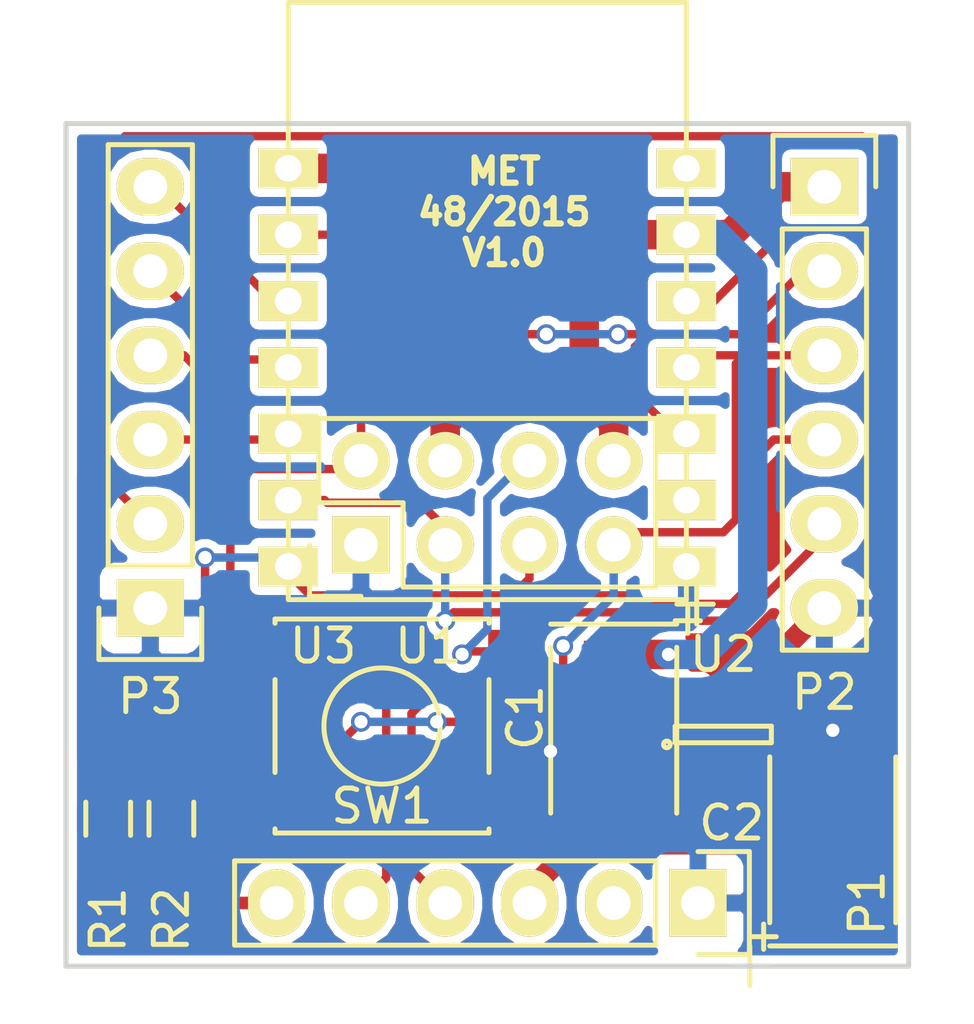
<source format=kicad_pcb>
(kicad_pcb (version 4) (host pcbnew 4.0.0-rc2-stable)

  (general
    (links 39)
    (no_connects 2)
    (area 104.412 72.274999 134.198 103.464)
    (thickness 1.6)
    (drawings 6)
    (tracks 187)
    (zones 0)
    (modules 11)
    (nets 15)
  )

  (page A4)
  (layers
    (0 F.Cu signal)
    (31 B.Cu signal)
    (32 B.Adhes user)
    (33 F.Adhes user)
    (34 B.Paste user)
    (35 F.Paste user)
    (36 B.SilkS user)
    (37 F.SilkS user)
    (38 B.Mask user)
    (39 F.Mask user)
    (40 Dwgs.User user)
    (41 Cmts.User user)
    (42 Eco1.User user)
    (43 Eco2.User user)
    (44 Edge.Cuts user)
    (45 Margin user)
    (46 B.CrtYd user)
    (47 F.CrtYd user)
    (48 B.Fab user)
    (49 F.Fab user)
  )

  (setup
    (last_trace_width 0.25)
    (user_trace_width 0.254)
    (user_trace_width 0.381)
    (user_trace_width 0.635)
    (user_trace_width 0.889)
    (user_trace_width 1.27)
    (trace_clearance 0.2)
    (zone_clearance 0.254)
    (zone_45_only no)
    (trace_min 0.2)
    (segment_width 0.2)
    (edge_width 0.15)
    (via_size 0.6)
    (via_drill 0.4)
    (via_min_size 0.4)
    (via_min_drill 0.3)
    (uvia_size 0.3)
    (uvia_drill 0.1)
    (uvias_allowed no)
    (uvia_min_size 0.2)
    (uvia_min_drill 0.1)
    (pcb_text_width 0.3)
    (pcb_text_size 1.5 1.5)
    (mod_edge_width 0.15)
    (mod_text_size 1 1)
    (mod_text_width 0.15)
    (pad_size 1.524 1.524)
    (pad_drill 0.762)
    (pad_to_mask_clearance 0.2)
    (aux_axis_origin 0 0)
    (visible_elements 7FFFFFFF)
    (pcbplotparams
      (layerselection 0x010f0_80000001)
      (usegerberextensions true)
      (excludeedgelayer true)
      (linewidth 0.100000)
      (plotframeref false)
      (viasonmask false)
      (mode 1)
      (useauxorigin false)
      (hpglpennumber 1)
      (hpglpenspeed 20)
      (hpglpendiameter 15)
      (hpglpenoverlay 2)
      (psnegative false)
      (psa4output false)
      (plotreference true)
      (plotvalue false)
      (plotinvisibletext false)
      (padsonsilk false)
      (subtractmaskfromsilk true)
      (outputformat 1)
      (mirror false)
      (drillshape 0)
      (scaleselection 1)
      (outputdirectory gerber/))
  )

  (net 0 "")
  (net 1 GND)
  (net 2 +3V3)
  (net 3 "Net-(C2-Pad1)")
  (net 4 /TX)
  (net 5 /RX)
  (net 6 "Net-(P1-Pad6)")
  (net 7 /GPIO0)
  (net 8 /GPIO2)
  (net 9 /GPIO18)
  (net 10 /GPIO15)
  (net 11 /GPIO14)
  (net 12 /GPIO13)
  (net 13 /GPIO12)
  (net 14 /RST)

  (net_class Default "This is the default net class."
    (clearance 0.2)
    (trace_width 0.25)
    (via_dia 0.6)
    (via_drill 0.4)
    (uvia_dia 0.3)
    (uvia_drill 0.1)
    (add_net +3V3)
    (add_net /GPIO0)
    (add_net /GPIO12)
    (add_net /GPIO13)
    (add_net /GPIO14)
    (add_net /GPIO15)
    (add_net /GPIO18)
    (add_net /GPIO2)
    (add_net /RST)
    (add_net /RX)
    (add_net /TX)
    (add_net GND)
    (add_net "Net-(C2-Pad1)")
    (add_net "Net-(P1-Pad6)")
  )

  (module Pin_Headers:Pin_Header_Straight_1x06 (layer F.Cu) (tedit 5655EA7C) (tstamp 5655D11F)
    (at 125.73 99.695 270)
    (descr "Through hole pin header")
    (tags "pin header")
    (path /5655B65E)
    (fp_text reference P1 (at 0 -5.1 270) (layer F.SilkS)
      (effects (font (size 1 1) (thickness 0.15)))
    )
    (fp_text value Serial (at 2.794 7.112 360) (layer F.Fab)
      (effects (font (size 1 1) (thickness 0.15)))
    )
    (fp_line (start -1.75 -1.75) (end -1.75 14.45) (layer F.CrtYd) (width 0.05))
    (fp_line (start 1.75 -1.75) (end 1.75 14.45) (layer F.CrtYd) (width 0.05))
    (fp_line (start -1.75 -1.75) (end 1.75 -1.75) (layer F.CrtYd) (width 0.05))
    (fp_line (start -1.75 14.45) (end 1.75 14.45) (layer F.CrtYd) (width 0.05))
    (fp_line (start 1.27 1.27) (end 1.27 13.97) (layer F.SilkS) (width 0.15))
    (fp_line (start 1.27 13.97) (end -1.27 13.97) (layer F.SilkS) (width 0.15))
    (fp_line (start -1.27 13.97) (end -1.27 1.27) (layer F.SilkS) (width 0.15))
    (fp_line (start 1.55 -1.55) (end 1.55 0) (layer F.SilkS) (width 0.15))
    (fp_line (start 1.27 1.27) (end -1.27 1.27) (layer F.SilkS) (width 0.15))
    (fp_line (start -1.55 0) (end -1.55 -1.55) (layer F.SilkS) (width 0.15))
    (fp_line (start -1.55 -1.55) (end 1.55 -1.55) (layer F.SilkS) (width 0.15))
    (pad 1 thru_hole rect (at 0 0 270) (size 2.032 1.7272) (drill 1.016) (layers *.Cu *.Mask F.SilkS)
      (net 1 GND))
    (pad 2 thru_hole oval (at 0 2.54 270) (size 2.032 1.7272) (drill 1.016) (layers *.Cu *.Mask F.SilkS))
    (pad 3 thru_hole oval (at 0 5.08 270) (size 2.032 1.7272) (drill 1.016) (layers *.Cu *.Mask F.SilkS)
      (net 3 "Net-(C2-Pad1)"))
    (pad 4 thru_hole oval (at 0 7.62 270) (size 2.032 1.7272) (drill 1.016) (layers *.Cu *.Mask F.SilkS)
      (net 4 /TX))
    (pad 5 thru_hole oval (at 0 10.16 270) (size 2.032 1.7272) (drill 1.016) (layers *.Cu *.Mask F.SilkS)
      (net 5 /RX))
    (pad 6 thru_hole oval (at 0 12.7 270) (size 2.032 1.7272) (drill 1.016) (layers *.Cu *.Mask F.SilkS)
      (net 6 "Net-(P1-Pad6)"))
    (model Pin_Headers.3dshapes/Pin_Header_Straight_1x06.wrl
      (at (xyz 0 -0.25 0))
      (scale (xyz 1 1 1))
      (rotate (xyz 0 0 90))
    )
  )

  (module Pin_Headers:Pin_Header_Straight_1x06 (layer F.Cu) (tedit 5655EA78) (tstamp 5655D129)
    (at 129.54 78.105)
    (descr "Through hole pin header")
    (tags "pin header")
    (path /5655CF54)
    (fp_text reference P2 (at 0 15.24) (layer F.SilkS)
      (effects (font (size 1 1) (thickness 0.15)))
    )
    (fp_text value CONN_01X06 (at 3.683 5.207 90) (layer F.Fab)
      (effects (font (size 1 1) (thickness 0.15)))
    )
    (fp_line (start -1.75 -1.75) (end -1.75 14.45) (layer F.CrtYd) (width 0.05))
    (fp_line (start 1.75 -1.75) (end 1.75 14.45) (layer F.CrtYd) (width 0.05))
    (fp_line (start -1.75 -1.75) (end 1.75 -1.75) (layer F.CrtYd) (width 0.05))
    (fp_line (start -1.75 14.45) (end 1.75 14.45) (layer F.CrtYd) (width 0.05))
    (fp_line (start 1.27 1.27) (end 1.27 13.97) (layer F.SilkS) (width 0.15))
    (fp_line (start 1.27 13.97) (end -1.27 13.97) (layer F.SilkS) (width 0.15))
    (fp_line (start -1.27 13.97) (end -1.27 1.27) (layer F.SilkS) (width 0.15))
    (fp_line (start 1.55 -1.55) (end 1.55 0) (layer F.SilkS) (width 0.15))
    (fp_line (start 1.27 1.27) (end -1.27 1.27) (layer F.SilkS) (width 0.15))
    (fp_line (start -1.55 0) (end -1.55 -1.55) (layer F.SilkS) (width 0.15))
    (fp_line (start -1.55 -1.55) (end 1.55 -1.55) (layer F.SilkS) (width 0.15))
    (pad 1 thru_hole rect (at 0 0) (size 2.032 1.7272) (drill 1.016) (layers *.Cu *.Mask F.SilkS)
      (net 2 +3V3))
    (pad 2 thru_hole oval (at 0 2.54) (size 2.032 1.7272) (drill 1.016) (layers *.Cu *.Mask F.SilkS)
      (net 5 /RX))
    (pad 3 thru_hole oval (at 0 5.08) (size 2.032 1.7272) (drill 1.016) (layers *.Cu *.Mask F.SilkS)
      (net 4 /TX))
    (pad 4 thru_hole oval (at 0 7.62) (size 2.032 1.7272) (drill 1.016) (layers *.Cu *.Mask F.SilkS)
      (net 7 /GPIO0))
    (pad 5 thru_hole oval (at 0 10.16) (size 2.032 1.7272) (drill 1.016) (layers *.Cu *.Mask F.SilkS)
      (net 8 /GPIO2))
    (pad 6 thru_hole oval (at 0 12.7) (size 2.032 1.7272) (drill 1.016) (layers *.Cu *.Mask F.SilkS)
      (net 1 GND))
    (model Pin_Headers.3dshapes/Pin_Header_Straight_1x06.wrl
      (at (xyz 0 -0.25 0))
      (scale (xyz 1 1 1))
      (rotate (xyz 0 0 90))
    )
  )

  (module Pin_Headers:Pin_Header_Straight_1x06 (layer F.Cu) (tedit 5655EA94) (tstamp 5655D133)
    (at 109.22 90.805 180)
    (descr "Through hole pin header")
    (tags "pin header")
    (path /5655CFB7)
    (fp_text reference P3 (at 0 -2.667 180) (layer F.SilkS)
      (effects (font (size 1 1) (thickness 0.15)))
    )
    (fp_text value CONN_01X06 (at 3.556 7.112 270) (layer F.Fab)
      (effects (font (size 1 1) (thickness 0.15)))
    )
    (fp_line (start -1.75 -1.75) (end -1.75 14.45) (layer F.CrtYd) (width 0.05))
    (fp_line (start 1.75 -1.75) (end 1.75 14.45) (layer F.CrtYd) (width 0.05))
    (fp_line (start -1.75 -1.75) (end 1.75 -1.75) (layer F.CrtYd) (width 0.05))
    (fp_line (start -1.75 14.45) (end 1.75 14.45) (layer F.CrtYd) (width 0.05))
    (fp_line (start 1.27 1.27) (end 1.27 13.97) (layer F.SilkS) (width 0.15))
    (fp_line (start 1.27 13.97) (end -1.27 13.97) (layer F.SilkS) (width 0.15))
    (fp_line (start -1.27 13.97) (end -1.27 1.27) (layer F.SilkS) (width 0.15))
    (fp_line (start 1.55 -1.55) (end 1.55 0) (layer F.SilkS) (width 0.15))
    (fp_line (start 1.27 1.27) (end -1.27 1.27) (layer F.SilkS) (width 0.15))
    (fp_line (start -1.55 0) (end -1.55 -1.55) (layer F.SilkS) (width 0.15))
    (fp_line (start -1.55 -1.55) (end 1.55 -1.55) (layer F.SilkS) (width 0.15))
    (pad 1 thru_hole rect (at 0 0 180) (size 2.032 1.7272) (drill 1.016) (layers *.Cu *.Mask F.SilkS)
      (net 1 GND))
    (pad 2 thru_hole oval (at 0 2.54 180) (size 2.032 1.7272) (drill 1.016) (layers *.Cu *.Mask F.SilkS)
      (net 9 /GPIO18))
    (pad 3 thru_hole oval (at 0 5.08 180) (size 2.032 1.7272) (drill 1.016) (layers *.Cu *.Mask F.SilkS)
      (net 10 /GPIO15))
    (pad 4 thru_hole oval (at 0 7.62 180) (size 2.032 1.7272) (drill 1.016) (layers *.Cu *.Mask F.SilkS)
      (net 11 /GPIO14))
    (pad 5 thru_hole oval (at 0 10.16 180) (size 2.032 1.7272) (drill 1.016) (layers *.Cu *.Mask F.SilkS)
      (net 12 /GPIO13))
    (pad 6 thru_hole oval (at 0 12.7 180) (size 2.032 1.7272) (drill 1.016) (layers *.Cu *.Mask F.SilkS)
      (net 13 /GPIO12))
    (model Pin_Headers.3dshapes/Pin_Header_Straight_1x06.wrl
      (at (xyz 0 -0.25 0))
      (scale (xyz 1 1 1))
      (rotate (xyz 0 0 90))
    )
  )

  (module TO_SOT_Packages_SMD:SOT-23-5 (layer F.Cu) (tedit 5655EA7A) (tstamp 5655D15A)
    (at 126.492 94.615 90)
    (descr "5-pin SOT23 package")
    (tags SOT-23-5)
    (path /5655ECBC)
    (attr smd)
    (fp_text reference U2 (at 2.413 0 180) (layer F.SilkS)
      (effects (font (size 1 1) (thickness 0.15)))
    )
    (fp_text value XC6223 (at 0.508 6.731 90) (layer F.Fab)
      (effects (font (size 1 1) (thickness 0.15)))
    )
    (fp_line (start -1.8 -1.6) (end 1.8 -1.6) (layer F.CrtYd) (width 0.05))
    (fp_line (start 1.8 -1.6) (end 1.8 1.6) (layer F.CrtYd) (width 0.05))
    (fp_line (start 1.8 1.6) (end -1.8 1.6) (layer F.CrtYd) (width 0.05))
    (fp_line (start -1.8 1.6) (end -1.8 -1.6) (layer F.CrtYd) (width 0.05))
    (fp_circle (center -0.3 -1.7) (end -0.2 -1.7) (layer F.SilkS) (width 0.15))
    (fp_line (start 0.25 -1.45) (end -0.25 -1.45) (layer F.SilkS) (width 0.15))
    (fp_line (start 0.25 1.45) (end 0.25 -1.45) (layer F.SilkS) (width 0.15))
    (fp_line (start -0.25 1.45) (end 0.25 1.45) (layer F.SilkS) (width 0.15))
    (fp_line (start -0.25 -1.45) (end -0.25 1.45) (layer F.SilkS) (width 0.15))
    (pad 1 smd rect (at -1.1 -0.95 90) (size 1.06 0.65) (layers F.Cu F.Paste F.Mask)
      (net 3 "Net-(C2-Pad1)"))
    (pad 2 smd rect (at -1.1 0 90) (size 1.06 0.65) (layers F.Cu F.Paste F.Mask)
      (net 1 GND))
    (pad 3 smd rect (at -1.1 0.95 90) (size 1.06 0.65) (layers F.Cu F.Paste F.Mask)
      (net 3 "Net-(C2-Pad1)"))
    (pad 4 smd rect (at 1.1 0.95 90) (size 1.06 0.65) (layers F.Cu F.Paste F.Mask))
    (pad 5 smd rect (at 1.1 -0.95 90) (size 1.06 0.65) (layers F.Cu F.Paste F.Mask)
      (net 2 +3V3))
    (model TO_SOT_Packages_SMD.3dshapes/SOT-23-5.wrl
      (at (xyz 0 0 0))
      (scale (xyz 1 1 1))
      (rotate (xyz 0 0 0))
    )
  )

  (module ESP-03:ESP-03 (layer F.Cu) (tedit 5655EA6B) (tstamp 5655D170)
    (at 119.38 82.55)
    (path /565605AE)
    (fp_text reference U3 (at -4.953 9.398) (layer F.SilkS)
      (effects (font (size 1 1) (thickness 0.15)))
    )
    (fp_text value ESP-03 (at 0 -7.239) (layer F.Fab)
      (effects (font (size 1 1) (thickness 0.15)))
    )
    (fp_line (start -6 8) (end -6 -10) (layer F.SilkS) (width 0.15))
    (fp_line (start -6 -10) (end 6 -10) (layer F.SilkS) (width 0.15))
    (fp_line (start -6 8) (end 6 8) (layer F.SilkS) (width 0.15))
    (fp_line (start 6 8) (end 6 -10) (layer F.SilkS) (width 0.15))
    (pad 1 thru_hole rect (at -6 -5) (size 1.8 1.2) (drill 0.8) (layers *.Cu *.Mask F.SilkS)
      (net 2 +3V3))
    (pad 2 thru_hole rect (at -6 -3) (size 1.8 1.2) (drill 0.8) (layers *.Cu *.Mask F.SilkS)
      (net 11 /GPIO14))
    (pad 3 thru_hole rect (at -6 -1) (size 1.8 1.2) (drill 0.8) (layers *.Cu *.Mask F.SilkS)
      (net 13 /GPIO12))
    (pad 4 thru_hole rect (at -6 1) (size 1.8 1.2) (drill 0.8) (layers *.Cu *.Mask F.SilkS)
      (net 12 /GPIO13))
    (pad 5 thru_hole rect (at -6 3) (size 1.8 1.2) (drill 0.8) (layers *.Cu *.Mask F.SilkS)
      (net 10 /GPIO15))
    (pad 6 thru_hole rect (at -6 5) (size 1.8 1.2) (drill 0.8) (layers *.Cu *.Mask F.SilkS)
      (net 8 /GPIO2))
    (pad 7 thru_hole rect (at -6 7) (size 1.8 1.2) (drill 0.8) (layers *.Cu *.Mask F.SilkS)
      (net 7 /GPIO0))
    (pad 8 thru_hole rect (at 6 7) (size 1.8 1.2) (drill 0.8) (layers *.Cu *.Mask F.SilkS)
      (net 1 GND))
    (pad 9 thru_hole rect (at 6 5) (size 1.8 1.2) (drill 0.8) (layers *.Cu *.Mask F.SilkS))
    (pad 10 thru_hole rect (at 6 3) (size 1.8 1.2) (drill 0.8) (layers *.Cu *.Mask F.SilkS)
      (net 5 /RX))
    (pad 11 thru_hole rect (at 6 1) (size 1.8 1.2) (drill 0.8) (layers *.Cu *.Mask F.SilkS)
      (net 4 /TX))
    (pad 12 thru_hole rect (at 6 -1) (size 1.8 1.2) (drill 0.8) (layers *.Cu *.Mask F.SilkS)
      (net 9 /GPIO18))
    (pad 13 thru_hole rect (at 6 -3) (size 1.8 1.2) (drill 0.8) (layers *.Cu *.Mask F.SilkS)
      (net 2 +3V3))
    (pad 14 thru_hole rect (at 6 -5) (size 1.8 1.2) (drill 0.8) (layers *.Cu *.Mask F.SilkS))
  )

  (module Pin_Headers:Pin_Header_Straight_2x04 (layer F.Cu) (tedit 5655EA71) (tstamp 5655D1C2)
    (at 115.57 88.9 90)
    (descr "Through hole pin header")
    (tags "pin header")
    (path /565605FB)
    (fp_text reference U1 (at -3.048 2.032 180) (layer F.SilkS)
      (effects (font (size 1 1) (thickness 0.15)))
    )
    (fp_text value ESP-02 (at 14.986 3.81 180) (layer F.Fab)
      (effects (font (size 1 1) (thickness 0.15)))
    )
    (fp_line (start -1.75 -1.75) (end -1.75 9.4) (layer F.CrtYd) (width 0.05))
    (fp_line (start 4.3 -1.75) (end 4.3 9.4) (layer F.CrtYd) (width 0.05))
    (fp_line (start -1.75 -1.75) (end 4.3 -1.75) (layer F.CrtYd) (width 0.05))
    (fp_line (start -1.75 9.4) (end 4.3 9.4) (layer F.CrtYd) (width 0.05))
    (fp_line (start -1.27 1.27) (end -1.27 8.89) (layer F.SilkS) (width 0.15))
    (fp_line (start -1.27 8.89) (end 3.81 8.89) (layer F.SilkS) (width 0.15))
    (fp_line (start 3.81 8.89) (end 3.81 -1.27) (layer F.SilkS) (width 0.15))
    (fp_line (start 3.81 -1.27) (end 1.27 -1.27) (layer F.SilkS) (width 0.15))
    (fp_line (start 0 -1.55) (end -1.55 -1.55) (layer F.SilkS) (width 0.15))
    (fp_line (start 1.27 -1.27) (end 1.27 1.27) (layer F.SilkS) (width 0.15))
    (fp_line (start 1.27 1.27) (end -1.27 1.27) (layer F.SilkS) (width 0.15))
    (fp_line (start -1.55 -1.55) (end -1.55 0) (layer F.SilkS) (width 0.15))
    (pad 1 thru_hole rect (at 0 0 90) (size 1.7272 1.7272) (drill 1.016) (layers *.Cu *.Mask F.SilkS)
      (net 1 GND))
    (pad 2 thru_hole oval (at 2.54 0 90) (size 1.7272 1.7272) (drill 1.016) (layers *.Cu *.Mask F.SilkS)
      (net 5 /RX))
    (pad 3 thru_hole oval (at 0 2.54 90) (size 1.7272 1.7272) (drill 1.016) (layers *.Cu *.Mask F.SilkS)
      (net 8 /GPIO2))
    (pad 4 thru_hole oval (at 2.54 2.54 90) (size 1.7272 1.7272) (drill 1.016) (layers *.Cu *.Mask F.SilkS)
      (net 2 +3V3))
    (pad 5 thru_hole oval (at 0 5.08 90) (size 1.7272 1.7272) (drill 1.016) (layers *.Cu *.Mask F.SilkS)
      (net 7 /GPIO0))
    (pad 6 thru_hole oval (at 2.54 5.08 90) (size 1.7272 1.7272) (drill 1.016) (layers *.Cu *.Mask F.SilkS)
      (net 14 /RST))
    (pad 7 thru_hole oval (at 0 7.62 90) (size 1.7272 1.7272) (drill 1.016) (layers *.Cu *.Mask F.SilkS)
      (net 4 /TX))
    (pad 8 thru_hole oval (at 2.54 7.62 90) (size 1.7272 1.7272) (drill 1.016) (layers *.Cu *.Mask F.SilkS)
      (net 2 +3V3))
    (model Pin_Headers.3dshapes/Pin_Header_Straight_2x04.wrl
      (at (xyz 0.05 -0.15 0))
      (scale (xyz 1 1 1))
      (rotate (xyz 0 0 90))
    )
  )

  (module Capacitors_Tantalum_SMD:TantalC_SizeB_EIA-3528_Wave (layer F.Cu) (tedit 5655EA41) (tstamp 5655DF0D)
    (at 123.19 94.488 270)
    (descr "Tantal Cap. , Size B, EIA-3528, Wave,")
    (tags "Tantal Cap. , Size B, EIA-3528, Wave,")
    (path /5655BF43)
    (attr smd)
    (fp_text reference C1 (at -0.381 2.667 450) (layer F.SilkS)
      (effects (font (size 1 1) (thickness 0.15)))
    )
    (fp_text value 10u (at 0 0 270) (layer F.Fab)
      (effects (font (size 1 1) (thickness 0.15)))
    )
    (fp_text user + (at -3.302 -2.159 270) (layer F.SilkS)
      (effects (font (size 1 1) (thickness 0.15)))
    )
    (fp_line (start -3.2004 -1.89992) (end -3.2004 1.89992) (layer F.SilkS) (width 0.15))
    (fp_line (start 2.49936 -1.89992) (end -2.49936 -1.89992) (layer F.SilkS) (width 0.15))
    (fp_line (start 2.49682 1.89992) (end -2.5019 1.89992) (layer F.SilkS) (width 0.15))
    (fp_line (start -3.80238 -3.00228) (end -3.80238 -1.90246) (layer F.SilkS) (width 0.15))
    (fp_line (start -4.40182 -2.5019) (end -3.20294 -2.5019) (layer F.SilkS) (width 0.15))
    (pad 2 smd rect (at 1.6256 0 270) (size 2.14884 1.80086) (layers F.Cu F.Paste F.Mask)
      (net 1 GND))
    (pad 1 smd rect (at -1.6256 0 270) (size 2.14884 1.80086) (layers F.Cu F.Paste F.Mask)
      (net 2 +3V3))
    (model Capacitors_Tantalum_SMD.3dshapes/TantalC_SizeB_EIA-3528_Wave.wrl
      (at (xyz 0 0 0))
      (scale (xyz 1 1 1))
      (rotate (xyz 0 0 180))
    )
  )

  (module Capacitors_Tantalum_SMD:TantalC_SizeB_EIA-3528_Wave (layer F.Cu) (tedit 5655EA5F) (tstamp 5655DF12)
    (at 129.794 97.79 90)
    (descr "Tantal Cap. , Size B, EIA-3528, Wave,")
    (tags "Tantal Cap. , Size B, EIA-3528, Wave,")
    (path /5655B915)
    (attr smd)
    (fp_text reference C2 (at 0.508 -3.048 180) (layer F.SilkS)
      (effects (font (size 1 1) (thickness 0.15)))
    )
    (fp_text value 10u (at 0 0 90) (layer F.Fab)
      (effects (font (size 1 1) (thickness 0.15)))
    )
    (fp_text user + (at -2.921 -2.159 90) (layer F.SilkS)
      (effects (font (size 1 1) (thickness 0.15)))
    )
    (fp_line (start -3.2004 -1.89992) (end -3.2004 1.89992) (layer F.SilkS) (width 0.15))
    (fp_line (start 2.49936 -1.89992) (end -2.49936 -1.89992) (layer F.SilkS) (width 0.15))
    (fp_line (start 2.49682 1.89992) (end -2.5019 1.89992) (layer F.SilkS) (width 0.15))
    (fp_line (start -3.80238 -3.00228) (end -3.80238 -1.90246) (layer F.SilkS) (width 0.15))
    (fp_line (start -4.40182 -2.5019) (end -3.20294 -2.5019) (layer F.SilkS) (width 0.15))
    (pad 2 smd rect (at 1.6256 0 90) (size 2.14884 1.80086) (layers F.Cu F.Paste F.Mask)
      (net 1 GND))
    (pad 1 smd rect (at -1.6256 0 90) (size 2.14884 1.80086) (layers F.Cu F.Paste F.Mask)
      (net 3 "Net-(C2-Pad1)"))
    (model Capacitors_Tantalum_SMD.3dshapes/TantalC_SizeB_EIA-3528_Wave.wrl
      (at (xyz 0 0 0))
      (scale (xyz 1 1 1))
      (rotate (xyz 0 0 180))
    )
  )

  (module Buttons_Switches_SMD:SW_SPST_PTS645 (layer F.Cu) (tedit 5655EA7F) (tstamp 5655DF17)
    (at 116.205 94.361 180)
    (descr "C&K Components SPST SMD PTS645 Series 6mm Tact Switch")
    (tags "SPST Button Switch")
    (path /5655B861)
    (fp_text reference SW1 (at 0 -2.413 180) (layer F.SilkS)
      (effects (font (size 1 1) (thickness 0.15)))
    )
    (fp_text value SW_PUSH (at 10.668 -0.508 270) (layer F.Fab)
      (effects (font (size 1 1) (thickness 0.15)))
    )
    (fp_circle (center 0 0) (end 1.75 -0.05) (layer F.SilkS) (width 0.15))
    (fp_line (start 5.05 3.4) (end 5.05 -3.4) (layer F.CrtYd) (width 0.05))
    (fp_line (start -5.05 -3.4) (end -5.05 3.4) (layer F.CrtYd) (width 0.05))
    (fp_line (start -5.05 3.4) (end 5.05 3.4) (layer F.CrtYd) (width 0.05))
    (fp_line (start -5.05 -3.4) (end 5.05 -3.4) (layer F.CrtYd) (width 0.05))
    (fp_line (start 3.225 -3.225) (end 3.225 -3.1) (layer F.SilkS) (width 0.15))
    (fp_line (start 3.225 3.225) (end 3.225 3.1) (layer F.SilkS) (width 0.15))
    (fp_line (start -3.225 3.225) (end -3.225 3.1) (layer F.SilkS) (width 0.15))
    (fp_line (start -3.225 -3.1) (end -3.225 -3.225) (layer F.SilkS) (width 0.15))
    (fp_line (start 3.225 -1.4) (end 3.225 1.4) (layer F.SilkS) (width 0.15))
    (fp_line (start -3.225 -3.225) (end 3.225 -3.225) (layer F.SilkS) (width 0.15))
    (fp_line (start -3.225 -1.4) (end -3.225 1.4) (layer F.SilkS) (width 0.15))
    (fp_line (start -3.225 3.225) (end 3.225 3.225) (layer F.SilkS) (width 0.15))
    (pad 2 smd rect (at -3.975 2.25 180) (size 1.55 1.3) (layers F.Cu F.Paste F.Mask)
      (net 14 /RST))
    (pad 1 smd rect (at -3.975 -2.25 180) (size 1.55 1.3) (layers F.Cu F.Paste F.Mask)
      (net 1 GND))
    (pad 1 smd rect (at 3.975 -2.25 180) (size 1.55 1.3) (layers F.Cu F.Paste F.Mask)
      (net 1 GND))
    (pad 2 smd rect (at 3.975 2.25 180) (size 1.55 1.3) (layers F.Cu F.Paste F.Mask)
      (net 14 /RST))
  )

  (module Resistors_SMD:R_0603_HandSoldering (layer F.Cu) (tedit 5655EA4C) (tstamp 5655DFB5)
    (at 107.95 97.155 270)
    (descr "Resistor SMD 0603, hand soldering")
    (tags "resistor 0603")
    (path /5655F4F3)
    (attr smd)
    (fp_text reference R1 (at 3.048 0 270) (layer F.SilkS)
      (effects (font (size 1 1) (thickness 0.15)))
    )
    (fp_text value 1k (at 0 0 270) (layer F.Fab)
      (effects (font (size 1 1) (thickness 0.15)))
    )
    (fp_line (start -2 -0.8) (end 2 -0.8) (layer F.CrtYd) (width 0.05))
    (fp_line (start -2 0.8) (end 2 0.8) (layer F.CrtYd) (width 0.05))
    (fp_line (start -2 -0.8) (end -2 0.8) (layer F.CrtYd) (width 0.05))
    (fp_line (start 2 -0.8) (end 2 0.8) (layer F.CrtYd) (width 0.05))
    (fp_line (start 0.5 0.675) (end -0.5 0.675) (layer F.SilkS) (width 0.15))
    (fp_line (start -0.5 -0.675) (end 0.5 -0.675) (layer F.SilkS) (width 0.15))
    (pad 1 smd rect (at -1.1 0 270) (size 1.2 0.9) (layers F.Cu F.Paste F.Mask)
      (net 7 /GPIO0))
    (pad 2 smd rect (at 1.1 0 270) (size 1.2 0.9) (layers F.Cu F.Paste F.Mask)
      (net 6 "Net-(P1-Pad6)"))
    (model Resistors_SMD.3dshapes/R_0603_HandSoldering.wrl
      (at (xyz 0 0 0))
      (scale (xyz 1 1 1))
      (rotate (xyz 0 0 0))
    )
  )

  (module Resistors_SMD:R_0603_HandSoldering (layer F.Cu) (tedit 5655EA4F) (tstamp 5655DFBA)
    (at 109.855 97.155 90)
    (descr "Resistor SMD 0603, hand soldering")
    (tags "resistor 0603")
    (path /5655B7DA)
    (attr smd)
    (fp_text reference R2 (at -3.048 0 90) (layer F.SilkS)
      (effects (font (size 1 1) (thickness 0.15)))
    )
    (fp_text value 10k (at 0 0 90) (layer F.Fab)
      (effects (font (size 1 1) (thickness 0.15)))
    )
    (fp_line (start -2 -0.8) (end 2 -0.8) (layer F.CrtYd) (width 0.05))
    (fp_line (start -2 0.8) (end 2 0.8) (layer F.CrtYd) (width 0.05))
    (fp_line (start -2 -0.8) (end -2 0.8) (layer F.CrtYd) (width 0.05))
    (fp_line (start 2 -0.8) (end 2 0.8) (layer F.CrtYd) (width 0.05))
    (fp_line (start 0.5 0.675) (end -0.5 0.675) (layer F.SilkS) (width 0.15))
    (fp_line (start -0.5 -0.675) (end 0.5 -0.675) (layer F.SilkS) (width 0.15))
    (pad 1 smd rect (at -1.1 0 90) (size 1.2 0.9) (layers F.Cu F.Paste F.Mask)
      (net 2 +3V3))
    (pad 2 smd rect (at 1.1 0 90) (size 1.2 0.9) (layers F.Cu F.Paste F.Mask)
      (net 14 /RST))
    (model Resistors_SMD.3dshapes/R_0603_HandSoldering.wrl
      (at (xyz 0 0 0))
      (scale (xyz 1 1 1))
      (rotate (xyz 0 0 0))
    )
  )

  (gr_text " MET \n48/2015\nV1.0" (at 119.888 78.867) (layer F.SilkS)
    (effects (font (size 0.762 0.762) (thickness 0.1905)))
  )
  (gr_line (start 132.08 101.6) (end 132.08 76.2) (angle 90) (layer Edge.Cuts) (width 0.15))
  (gr_line (start 106.68 101.6) (end 132.08 101.6) (angle 90) (layer Edge.Cuts) (width 0.15))
  (gr_line (start 106.68 76.2) (end 132.08 76.2) (angle 90) (layer Edge.Cuts) (width 0.15))
  (gr_line (start 106.68 101.6) (end 106.68 76.2) (angle 90) (layer Edge.Cuts) (width 0.15))
  (gr_line (start 106.68 76.2) (end 106.68 101.6) (angle 90) (layer Edge.Cuts) (width 0.15))

  (segment (start 129.794 96.1644) (end 129.794 94.488) (width 0.889) (layer F.Cu) (net 1))
  (via (at 129.794 94.488) (size 0.6) (drill 0.4) (layers F.Cu B.Cu) (net 1))
  (segment (start 123.19 96.1136) (end 122.2756 96.1136) (width 0.889) (layer F.Cu) (net 1))
  (via (at 121.285 95.123) (size 0.6) (drill 0.4) (layers F.Cu B.Cu) (net 1))
  (segment (start 122.2756 96.1136) (end 121.285 95.123) (width 0.889) (layer F.Cu) (net 1) (tstamp 5655E75C))
  (segment (start 120.18 96.611) (end 122.6926 96.611) (width 0.889) (layer F.Cu) (net 1))
  (segment (start 122.6926 96.611) (end 123.19 96.1136) (width 0.889) (layer F.Cu) (net 1) (tstamp 5655E756))
  (segment (start 119.725 96.611) (end 120.18 96.611) (width 0.254) (layer F.Cu) (net 1) (tstamp 5655E605))
  (segment (start 111.674 96.055) (end 112.23 96.611) (width 0.254) (layer F.Cu) (net 1) (tstamp 5655E469))
  (segment (start 123.19 96.1136) (end 123.0376 96.1136) (width 0.254) (layer F.Cu) (net 1))
  (segment (start 126.492 94.615) (end 126.492 92.202) (width 0.635) (layer F.Cu) (net 1))
  (segment (start 128.397 91.948) (end 129.54 90.805) (width 0.635) (layer F.Cu) (net 1) (tstamp 5655E482))
  (segment (start 126.746 91.948) (end 128.397 91.948) (width 0.635) (layer F.Cu) (net 1) (tstamp 5655E47D))
  (segment (start 126.492 92.202) (end 126.746 91.948) (width 0.635) (layer F.Cu) (net 1) (tstamp 5655E47C))
  (segment (start 126.492 95.715) (end 126.492 94.615) (width 0.635) (layer F.Cu) (net 1))
  (segment (start 129.794 96.1644) (end 129.794 95.631) (width 0.635) (layer F.Cu) (net 1))
  (segment (start 129.794 95.631) (end 128.778 94.615) (width 0.635) (layer F.Cu) (net 1) (tstamp 5655E126))
  (segment (start 128.778 94.615) (end 126.492 94.615) (width 0.635) (layer F.Cu) (net 1) (tstamp 5655E127))
  (segment (start 126.492 94.615) (end 124.6886 94.615) (width 0.635) (layer F.Cu) (net 1) (tstamp 5655E12D))
  (segment (start 124.6886 94.615) (end 123.19 96.1136) (width 0.635) (layer F.Cu) (net 1) (tstamp 5655E128))
  (segment (start 125.857 99.568) (end 125.73 99.695) (width 0.635) (layer F.Cu) (net 1) (tstamp 5655E0CC))
  (segment (start 123.19 92.8624) (end 122.4026 92.8624) (width 0.254) (layer F.Cu) (net 2))
  (segment (start 122.4026 92.8624) (end 121.031 94.234) (width 0.254) (layer F.Cu) (net 2) (tstamp 5655E731))
  (segment (start 112.565 98.255) (end 109.855 98.255) (width 0.254) (layer F.Cu) (net 2) (tstamp 5655E747))
  (segment (start 113.792 97.028) (end 112.565 98.255) (width 0.254) (layer F.Cu) (net 2) (tstamp 5655E743))
  (segment (start 113.792 96.012) (end 113.792 97.028) (width 0.254) (layer F.Cu) (net 2) (tstamp 5655E741))
  (segment (start 115.57 94.234) (end 113.792 96.012) (width 0.254) (layer F.Cu) (net 2) (tstamp 5655E740))
  (via (at 115.57 94.234) (size 0.6) (drill 0.4) (layers F.Cu B.Cu) (net 2))
  (segment (start 117.856 94.234) (end 115.57 94.234) (width 0.254) (layer B.Cu) (net 2) (tstamp 5655E73C))
  (via (at 117.856 94.234) (size 0.6) (drill 0.4) (layers F.Cu B.Cu) (net 2))
  (segment (start 121.031 94.234) (end 117.856 94.234) (width 0.254) (layer F.Cu) (net 2) (tstamp 5655E733))
  (segment (start 125.542 93.515) (end 123.8426 93.515) (width 0.635) (layer F.Cu) (net 2))
  (segment (start 123.8426 93.515) (end 123.19 92.8624) (width 0.635) (layer F.Cu) (net 2) (tstamp 5655E6E4))
  (segment (start 109.855 98.255) (end 110.617 98.255) (width 0.254) (layer F.Cu) (net 2))
  (segment (start 110.617 98.255) (end 110.66 98.255) (width 0.254) (layer F.Cu) (net 2) (tstamp 5655E675))
  (segment (start 126.238 91.821) (end 125.857 92.202) (width 0.889) (layer B.Cu) (net 2))
  (segment (start 125.857 92.202) (end 124.841 92.202) (width 0.889) (layer B.Cu) (net 2) (tstamp 5655E28D))
  (segment (start 125.38 79.55) (end 126.286 79.55) (width 0.889) (layer B.Cu) (net 2))
  (segment (start 127.381 90.678) (end 126.238 91.821) (width 0.889) (layer B.Cu) (net 2) (tstamp 5655E1D9))
  (segment (start 127.381 80.645) (end 127.381 90.678) (width 0.889) (layer B.Cu) (net 2) (tstamp 5655E1D4))
  (segment (start 126.286 79.55) (end 127.381 80.645) (width 0.889) (layer B.Cu) (net 2) (tstamp 5655E1D2))
  (segment (start 124.841 92.202) (end 123.8504 92.202) (width 0.889) (layer F.Cu) (net 2) (tstamp 5655E293))
  (via (at 124.841 92.202) (size 0.6) (drill 0.4) (layers F.Cu B.Cu) (net 2))
  (segment (start 123.8504 92.202) (end 123.19 92.8624) (width 0.889) (layer F.Cu) (net 2) (tstamp 5655E294))
  (segment (start 123.8426 93.515) (end 123.19 92.8624) (width 0.635) (layer F.Cu) (net 2) (tstamp 5655E123))
  (segment (start 123.19 86.36) (end 123.19 85.217) (width 0.889) (layer F.Cu) (net 2))
  (segment (start 123.19 85.217) (end 122.174 84.201) (width 0.889) (layer F.Cu) (net 2) (tstamp 5655DB74))
  (segment (start 118.11 86.36) (end 118.11 85.217) (width 0.889) (layer F.Cu) (net 2))
  (segment (start 119.126 84.201) (end 122.174 84.201) (width 0.889) (layer F.Cu) (net 2) (tstamp 5655DB6F))
  (segment (start 122.174 84.201) (end 122.301 84.201) (width 0.889) (layer F.Cu) (net 2) (tstamp 5655DB77))
  (segment (start 118.11 85.217) (end 119.126 84.201) (width 0.889) (layer F.Cu) (net 2) (tstamp 5655DB6D))
  (segment (start 122.301 84.328) (end 122.301 84.201) (width 0.889) (layer F.Cu) (net 2) (tstamp 5655DAB0))
  (segment (start 122.301 84.201) (end 122.301 79.55) (width 0.889) (layer F.Cu) (net 2) (tstamp 5655DB72))
  (segment (start 125.38 79.55) (end 122.301 79.55) (width 0.889) (layer F.Cu) (net 2))
  (segment (start 122.301 79.55) (end 117.142 79.55) (width 0.889) (layer F.Cu) (net 2) (tstamp 5655DAB4))
  (segment (start 115.142 77.55) (end 113.38 77.55) (width 0.889) (layer F.Cu) (net 2) (tstamp 5655DAAC))
  (segment (start 117.142 79.55) (end 115.142 77.55) (width 0.889) (layer F.Cu) (net 2) (tstamp 5655DAAB))
  (segment (start 129.54 78.105) (end 128.143 78.105) (width 0.889) (layer F.Cu) (net 2))
  (segment (start 126.698 79.55) (end 125.38 79.55) (width 0.889) (layer F.Cu) (net 2) (tstamp 5655DAA8))
  (segment (start 128.143 78.105) (end 126.698 79.55) (width 0.889) (layer F.Cu) (net 2) (tstamp 5655DAA6))
  (segment (start 125.542 95.715) (end 125.542 97.917) (width 0.635) (layer F.Cu) (net 3))
  (segment (start 125.542 97.917) (end 125.73 97.917) (width 0.635) (layer F.Cu) (net 3) (tstamp 5655E11E))
  (segment (start 127.442 95.715) (end 127.442 97.343) (width 0.635) (layer F.Cu) (net 3))
  (segment (start 127.442 97.343) (end 128.016 97.917) (width 0.635) (layer F.Cu) (net 3) (tstamp 5655E119))
  (segment (start 120.65 99.695) (end 120.65 99.314) (width 0.635) (layer F.Cu) (net 3))
  (segment (start 120.65 99.314) (end 122.047 97.917) (width 0.635) (layer F.Cu) (net 3) (tstamp 5655E114))
  (segment (start 122.047 97.917) (end 125.73 97.917) (width 0.635) (layer F.Cu) (net 3) (tstamp 5655E115))
  (segment (start 125.73 97.917) (end 128.016 97.917) (width 0.635) (layer F.Cu) (net 3) (tstamp 5655E121))
  (segment (start 128.016 97.917) (end 128.2954 97.917) (width 0.635) (layer F.Cu) (net 3) (tstamp 5655E11C))
  (segment (start 128.2954 97.917) (end 129.794 99.4156) (width 0.635) (layer F.Cu) (net 3) (tstamp 5655E116))
  (segment (start 121.666 92.837) (end 121.031 93.472) (width 0.254) (layer F.Cu) (net 4))
  (segment (start 117.094 95.25) (end 117.094 98.679) (width 0.254) (layer F.Cu) (net 4) (tstamp 5655E71C))
  (segment (start 118.11 99.695) (end 117.094 98.679) (width 0.254) (layer F.Cu) (net 4) (tstamp 5655E71F))
  (segment (start 121.666 91.948) (end 121.666 92.837) (width 0.254) (layer F.Cu) (net 4))
  (via (at 121.666 91.948) (size 0.6) (drill 0.4) (layers F.Cu B.Cu) (net 4))
  (segment (start 121.666 91.948) (end 123.19 90.424) (width 0.254) (layer B.Cu) (net 4) (tstamp 5655E5BE))
  (segment (start 123.19 90.424) (end 123.19 88.9) (width 0.254) (layer B.Cu) (net 4) (tstamp 5655E5BF))
  (segment (start 117.094 93.98) (end 117.094 95.25) (width 0.254) (layer F.Cu) (net 4) (tstamp 5655E72C))
  (segment (start 117.602 93.472) (end 117.094 93.98) (width 0.254) (layer F.Cu) (net 4) (tstamp 5655E72A))
  (segment (start 121.031 93.472) (end 117.602 93.472) (width 0.254) (layer F.Cu) (net 4) (tstamp 5655E727))
  (segment (start 123.19 88.9) (end 123.571 88.519) (width 0.254) (layer F.Cu) (net 4))
  (segment (start 123.571 88.519) (end 126.492 88.519) (width 0.254) (layer F.Cu) (net 4) (tstamp 5655DB86))
  (segment (start 126.492 88.519) (end 126.873 88.138) (width 0.254) (layer F.Cu) (net 4) (tstamp 5655DB92))
  (segment (start 126.873 88.138) (end 126.873 83.439) (width 0.254) (layer F.Cu) (net 4) (tstamp 5655DB93))
  (segment (start 126.873 83.439) (end 127.127 83.185) (width 0.254) (layer F.Cu) (net 4) (tstamp 5655DB99))
  (segment (start 129.54 83.185) (end 127.127 83.185) (width 0.25) (layer F.Cu) (net 4))
  (segment (start 127.127 83.185) (end 125.745 83.185) (width 0.25) (layer F.Cu) (net 4) (tstamp 5655DB9F))
  (segment (start 125.745 83.185) (end 125.38 83.55) (width 0.25) (layer F.Cu) (net 4) (tstamp 5655D5F5))
  (segment (start 115.57 91.821) (end 116.332 92.583) (width 0.254) (layer F.Cu) (net 5))
  (segment (start 111.633 88.773) (end 111.633 90.17) (width 0.254) (layer F.Cu) (net 5))
  (segment (start 112.268 86.614) (end 111.633 87.249) (width 0.254) (layer F.Cu) (net 5) (tstamp 5655E54C))
  (segment (start 111.633 87.249) (end 111.633 88.773) (width 0.254) (layer F.Cu) (net 5) (tstamp 5655E54F))
  (segment (start 115.316 86.614) (end 112.268 86.614) (width 0.254) (layer F.Cu) (net 5) (tstamp 5655E53F))
  (segment (start 114.808 91.059) (end 115.57 91.821) (width 0.254) (layer F.Cu) (net 5) (tstamp 5655E561))
  (segment (start 112.522 91.059) (end 114.808 91.059) (width 0.254) (layer F.Cu) (net 5) (tstamp 5655E55E))
  (segment (start 111.633 90.17) (end 112.522 91.059) (width 0.254) (layer F.Cu) (net 5) (tstamp 5655E55D))
  (segment (start 116.332 98.933) (end 115.57 99.695) (width 0.254) (layer F.Cu) (net 5) (tstamp 5655E719))
  (segment (start 116.332 92.583) (end 116.332 98.933) (width 0.254) (layer F.Cu) (net 5) (tstamp 5655E716))
  (segment (start 115.57 86.36) (end 115.316 86.614) (width 0.254) (layer F.Cu) (net 5))
  (segment (start 115.824 86.36) (end 115.57 86.36) (width 0.254) (layer B.Cu) (net 5) (tstamp 5655E44C))
  (segment (start 123.317 82.55) (end 121.158 82.55) (width 0.254) (layer B.Cu) (net 5))
  (segment (start 115.57 84.709) (end 115.57 86.36) (width 0.254) (layer F.Cu) (net 5) (tstamp 5655DBB0))
  (segment (start 117.729 82.55) (end 115.57 84.709) (width 0.254) (layer F.Cu) (net 5) (tstamp 5655DBC6))
  (segment (start 121.158 82.55) (end 117.729 82.55) (width 0.254) (layer F.Cu) (net 5) (tstamp 5655DBC5))
  (via (at 121.158 82.55) (size 0.6) (drill 0.4) (layers F.Cu B.Cu) (net 5))
  (segment (start 124.206 82.55) (end 123.317 82.55) (width 0.254) (layer F.Cu) (net 5))
  (segment (start 123.317 82.55) (end 123.19 82.677) (width 0.254) (layer B.Cu) (net 5) (tstamp 5655DBAB))
  (via (at 123.317 82.55) (size 0.6) (drill 0.4) (layers F.Cu B.Cu) (net 5))
  (segment (start 129.54 80.645) (end 128.905 80.645) (width 0.25) (layer F.Cu) (net 5))
  (segment (start 128.905 80.645) (end 127 82.55) (width 0.25) (layer F.Cu) (net 5) (tstamp 5655D5FD))
  (segment (start 127 82.55) (end 124.206 82.55) (width 0.25) (layer F.Cu) (net 5) (tstamp 5655D602))
  (segment (start 124.206 82.55) (end 123.825 82.931) (width 0.25) (layer F.Cu) (net 5) (tstamp 5655D607))
  (segment (start 123.825 82.931) (end 123.825 84.328) (width 0.25) (layer F.Cu) (net 5) (tstamp 5655D608))
  (segment (start 123.825 84.328) (end 125.047 85.55) (width 0.25) (layer F.Cu) (net 5) (tstamp 5655D611))
  (segment (start 125.047 85.55) (end 125.38 85.55) (width 0.25) (layer F.Cu) (net 5) (tstamp 5655D612))
  (segment (start 113.03 99.695) (end 108.585 99.695) (width 0.381) (layer F.Cu) (net 6))
  (segment (start 107.95 99.06) (end 107.95 98.255) (width 0.381) (layer F.Cu) (net 6) (tstamp 5655E141))
  (segment (start 108.585 99.695) (end 107.95 99.06) (width 0.381) (layer F.Cu) (net 6) (tstamp 5655E13D))
  (segment (start 107.95 94.869) (end 110.871 91.948) (width 0.254) (layer F.Cu) (net 7))
  (segment (start 107.95 96.055) (end 107.95 94.869) (width 0.254) (layer F.Cu) (net 7))
  (segment (start 110.871 89.281) (end 113.111 89.281) (width 0.254) (layer B.Cu) (net 7) (tstamp 5655E699))
  (via (at 110.871 89.281) (size 0.6) (drill 0.4) (layers F.Cu B.Cu) (net 7))
  (segment (start 110.871 91.948) (end 110.871 89.281) (width 0.254) (layer F.Cu) (net 7) (tstamp 5655E68E))
  (segment (start 113.111 89.281) (end 113.38 89.55) (width 0.254) (layer B.Cu) (net 7) (tstamp 5655E69A))
  (segment (start 120.142 90.424) (end 123.571 90.424) (width 0.254) (layer F.Cu) (net 7))
  (segment (start 123.571 90.424) (end 123.825 90.678) (width 0.254) (layer F.Cu) (net 7) (tstamp 5655DB2D))
  (segment (start 114.046 90.424) (end 120.142 90.424) (width 0.254) (layer F.Cu) (net 7) (tstamp 5655DB23))
  (segment (start 120.142 90.424) (end 120.142 90.424) (width 0.254) (layer F.Cu) (net 7) (tstamp 5655DB2B))
  (segment (start 120.142 90.424) (end 120.65 89.916) (width 0.254) (layer F.Cu) (net 7) (tstamp 5655DB25))
  (segment (start 128.016 85.725) (end 129.54 85.725) (width 0.254) (layer F.Cu) (net 7) (tstamp 5655DB34))
  (segment (start 127.381 86.36) (end 128.016 85.725) (width 0.254) (layer F.Cu) (net 7) (tstamp 5655DB33))
  (segment (start 127.381 90.043) (end 127.381 86.36) (width 0.254) (layer F.Cu) (net 7) (tstamp 5655DB30))
  (segment (start 126.746 90.678) (end 127.381 90.043) (width 0.254) (layer F.Cu) (net 7) (tstamp 5655DB2F))
  (segment (start 123.825 90.678) (end 126.746 90.678) (width 0.254) (layer F.Cu) (net 7) (tstamp 5655DB2E))
  (segment (start 113.38 89.55) (end 113.38 89.758) (width 0.254) (layer F.Cu) (net 7))
  (segment (start 113.38 89.758) (end 114.046 90.424) (width 0.254) (layer F.Cu) (net 7) (tstamp 5655DB1E))
  (segment (start 120.65 89.916) (end 120.65 88.9) (width 0.254) (layer F.Cu) (net 7) (tstamp 5655DB28))
  (segment (start 125.603 91.186) (end 127 91.186) (width 0.254) (layer F.Cu) (net 8))
  (segment (start 123.571 91.186) (end 125.603 91.186) (width 0.254) (layer F.Cu) (net 8) (tstamp 5655E26A))
  (segment (start 118.11 88.9) (end 118.11 91.186) (width 0.254) (layer B.Cu) (net 8))
  (segment (start 127 91.186) (end 129.54 88.646) (width 0.254) (layer F.Cu) (net 8) (tstamp 5655E27C))
  (segment (start 129.54 88.646) (end 129.54 88.265) (width 0.254) (layer F.Cu) (net 8) (tstamp 5655E280))
  (segment (start 113.38 87.55) (end 114.474 87.55) (width 0.254) (layer F.Cu) (net 8))
  (segment (start 117.348 87.63) (end 118.11 88.392) (width 0.254) (layer F.Cu) (net 8) (tstamp 5655DAE0))
  (segment (start 114.554 87.63) (end 117.348 87.63) (width 0.254) (layer F.Cu) (net 8) (tstamp 5655DADF))
  (segment (start 114.474 87.55) (end 114.554 87.63) (width 0.254) (layer F.Cu) (net 8) (tstamp 5655DAD2))
  (segment (start 118.11 88.392) (end 118.11 88.9) (width 0.254) (layer F.Cu) (net 8) (tstamp 5655DAE2))
  (via (at 118.11 91.186) (size 0.6) (drill 0.4) (layers F.Cu B.Cu) (net 8))
  (segment (start 118.11 91.186) (end 118.364 90.932) (width 0.254) (layer F.Cu) (net 8) (tstamp 5655E266))
  (segment (start 118.364 90.932) (end 123.317 90.932) (width 0.254) (layer F.Cu) (net 8) (tstamp 5655E267))
  (segment (start 123.317 90.932) (end 123.571 91.186) (width 0.254) (layer F.Cu) (net 8) (tstamp 5655E268))
  (segment (start 109.22 88.265) (end 107.569 86.614) (width 0.25) (layer F.Cu) (net 9))
  (segment (start 128.397 79.375) (end 126.222 81.55) (width 0.25) (layer F.Cu) (net 9) (tstamp 5655D6CB))
  (segment (start 130.683 79.375) (end 128.397 79.375) (width 0.25) (layer F.Cu) (net 9) (tstamp 5655D6C7))
  (segment (start 131.064 78.994) (end 130.683 79.375) (width 0.25) (layer F.Cu) (net 9) (tstamp 5655D6BE))
  (segment (start 131.064 76.962) (end 131.064 78.994) (width 0.25) (layer F.Cu) (net 9) (tstamp 5655D6BA))
  (segment (start 130.683 76.581) (end 131.064 76.962) (width 0.25) (layer F.Cu) (net 9) (tstamp 5655D6B0))
  (segment (start 108.458 76.581) (end 130.683 76.581) (width 0.25) (layer F.Cu) (net 9) (tstamp 5655D679))
  (segment (start 107.569 77.47) (end 108.458 76.581) (width 0.25) (layer F.Cu) (net 9) (tstamp 5655D677))
  (segment (start 107.569 86.614) (end 107.569 77.47) (width 0.25) (layer F.Cu) (net 9) (tstamp 5655D65F))
  (segment (start 126.222 81.55) (end 125.38 81.55) (width 0.25) (layer F.Cu) (net 9) (tstamp 5655D6D1))
  (segment (start 109.22 85.725) (end 113.205 85.725) (width 0.25) (layer F.Cu) (net 10))
  (segment (start 113.205 85.725) (end 113.38 85.55) (width 0.25) (layer F.Cu) (net 10) (tstamp 5655D638))
  (segment (start 109.22 83.185) (end 110.236 83.185) (width 0.25) (layer F.Cu) (net 11))
  (segment (start 110.236 83.185) (end 111.633 84.582) (width 0.25) (layer F.Cu) (net 11) (tstamp 5655D646))
  (segment (start 114.602 79.55) (end 113.38 79.55) (width 0.25) (layer F.Cu) (net 11) (tstamp 5655D65A))
  (segment (start 115.062 80.01) (end 114.602 79.55) (width 0.25) (layer F.Cu) (net 11) (tstamp 5655D659))
  (segment (start 115.062 84.328) (end 115.062 80.01) (width 0.25) (layer F.Cu) (net 11) (tstamp 5655D655))
  (segment (start 114.808 84.582) (end 115.062 84.328) (width 0.25) (layer F.Cu) (net 11) (tstamp 5655D64F))
  (segment (start 111.633 84.582) (end 114.808 84.582) (width 0.25) (layer F.Cu) (net 11) (tstamp 5655D649))
  (segment (start 109.22 83.185) (end 108.966 83.185) (width 0.25) (layer F.Cu) (net 11))
  (segment (start 113.205 79.55) (end 113.38 79.55) (width 0.25) (layer F.Cu) (net 11) (tstamp 5655D633))
  (segment (start 109.22 80.645) (end 111.887 83.312) (width 0.25) (layer F.Cu) (net 12))
  (segment (start 111.887 83.312) (end 113.142 83.312) (width 0.25) (layer F.Cu) (net 12) (tstamp 5655D61F))
  (segment (start 113.142 83.312) (end 113.38 83.55) (width 0.25) (layer F.Cu) (net 12) (tstamp 5655D623))
  (segment (start 113.38 81.55) (end 112.919 81.55) (width 0.25) (layer F.Cu) (net 13))
  (segment (start 112.919 81.55) (end 109.474 78.105) (width 0.25) (layer F.Cu) (net 13) (tstamp 5655D61A))
  (segment (start 109.474 78.105) (end 109.22 78.105) (width 0.25) (layer F.Cu) (net 13) (tstamp 5655D61C))
  (segment (start 109.855 96.055) (end 112.23 93.68) (width 0.254) (layer F.Cu) (net 14))
  (segment (start 112.23 93.68) (end 112.23 92.111) (width 0.254) (layer F.Cu) (net 14) (tstamp 5655E68A))
  (segment (start 119.38 87.503) (end 119.38 91.44) (width 0.254) (layer B.Cu) (net 14))
  (segment (start 120.523 86.36) (end 119.38 87.503) (width 0.254) (layer B.Cu) (net 14) (tstamp 5655E3F7))
  (segment (start 118.709 92.111) (end 120.18 92.111) (width 0.254) (layer F.Cu) (net 14) (tstamp 5655E66B))
  (segment (start 118.618 92.202) (end 118.709 92.111) (width 0.254) (layer F.Cu) (net 14) (tstamp 5655E66A))
  (via (at 118.618 92.202) (size 0.6) (drill 0.4) (layers F.Cu B.Cu) (net 14))
  (segment (start 119.38 91.44) (end 118.618 92.202) (width 0.254) (layer B.Cu) (net 14) (tstamp 5655E668))
  (segment (start 120.65 86.36) (end 120.523 86.36) (width 0.254) (layer B.Cu) (net 14))

  (zone (net 1) (net_name GND) (layer F.Cu) (tstamp 5655E787) (hatch edge 0.508)
    (connect_pads (clearance 0.254))
    (min_thickness 0.254)
    (fill yes (arc_segments 16) (thermal_gap 0.508) (thermal_bridge_width 0.508))
    (polygon
      (pts
        (xy 106.934 76.454) (xy 131.826 76.454) (xy 131.826 101.346) (xy 106.934 101.346)
      )
    )
    (filled_polygon
      (pts
        (xy 131.624 101.144) (xy 127.058625 101.144) (xy 127.131927 101.070698) (xy 127.2286 100.837309) (xy 127.2286 99.98075)
        (xy 127.06985 99.822) (xy 125.857 99.822) (xy 125.857 99.842) (xy 125.603 99.842) (xy 125.603 99.822)
        (xy 125.583 99.822) (xy 125.583 99.568) (xy 125.603 99.568) (xy 125.603 99.548) (xy 125.857 99.548)
        (xy 125.857 99.568) (xy 127.06985 99.568) (xy 127.2286 99.40925) (xy 127.2286 98.6155) (xy 128.006072 98.6155)
        (xy 128.505106 99.114534) (xy 128.505106 100.49002) (xy 128.531673 100.63121) (xy 128.615116 100.760885) (xy 128.742436 100.847879)
        (xy 128.89357 100.878484) (xy 130.69443 100.878484) (xy 130.83562 100.851917) (xy 130.965295 100.768474) (xy 131.052289 100.641154)
        (xy 131.082894 100.49002) (xy 131.082894 98.34118) (xy 131.056327 98.19999) (xy 130.972884 98.070315) (xy 130.845564 97.983321)
        (xy 130.69443 97.952716) (xy 129.318944 97.952716) (xy 129.240048 97.87382) (xy 129.50825 97.87382) (xy 129.667 97.71507)
        (xy 129.667 96.2914) (xy 129.921 96.2914) (xy 129.921 97.71507) (xy 130.07975 97.87382) (xy 130.82074 97.87382)
        (xy 131.054129 97.777147) (xy 131.232757 97.598518) (xy 131.32943 97.365129) (xy 131.32943 96.45015) (xy 131.17068 96.2914)
        (xy 129.921 96.2914) (xy 129.667 96.2914) (xy 128.41732 96.2914) (xy 128.25857 96.45015) (xy 128.25857 97.171742)
        (xy 128.1405 97.053672) (xy 128.1405 96.318895) (xy 128.155464 96.245) (xy 128.155464 95.185) (xy 128.128897 95.04381)
        (xy 128.07733 94.963671) (xy 128.25857 94.963671) (xy 128.25857 95.87865) (xy 128.41732 96.0374) (xy 129.667 96.0374)
        (xy 129.667 94.61373) (xy 129.921 94.61373) (xy 129.921 96.0374) (xy 131.17068 96.0374) (xy 131.32943 95.87865)
        (xy 131.32943 94.963671) (xy 131.232757 94.730282) (xy 131.054129 94.551653) (xy 130.82074 94.45498) (xy 130.07975 94.45498)
        (xy 129.921 94.61373) (xy 129.667 94.61373) (xy 129.50825 94.45498) (xy 128.76726 94.45498) (xy 128.533871 94.551653)
        (xy 128.355243 94.730282) (xy 128.25857 94.963671) (xy 128.07733 94.963671) (xy 128.045454 94.914135) (xy 127.918134 94.827141)
        (xy 127.767 94.796536) (xy 127.326561 94.796536) (xy 127.176699 94.646673) (xy 126.94331 94.55) (xy 126.77775 94.55)
        (xy 126.619 94.70875) (xy 126.619 95.588) (xy 126.639 95.588) (xy 126.639 95.842) (xy 126.619 95.842)
        (xy 126.619 96.72125) (xy 126.7435 96.84575) (xy 126.7435 97.2185) (xy 126.2405 97.2185) (xy 126.2405 96.84575)
        (xy 126.365 96.72125) (xy 126.365 95.842) (xy 126.345 95.842) (xy 126.345 95.588) (xy 126.365 95.588)
        (xy 126.365 94.70875) (xy 126.20625 94.55) (xy 126.04069 94.55) (xy 125.807301 94.646673) (xy 125.657439 94.796536)
        (xy 125.217 94.796536) (xy 125.07581 94.823103) (xy 124.946135 94.906546) (xy 124.859141 95.033866) (xy 124.828536 95.185)
        (xy 124.828536 96.245) (xy 124.8435 96.324526) (xy 124.8435 97.2185) (xy 124.72543 97.2185) (xy 124.72543 96.39935)
        (xy 124.56668 96.2406) (xy 123.317 96.2406) (xy 123.317 96.2606) (xy 123.063 96.2606) (xy 123.063 96.2406)
        (xy 121.81332 96.2406) (xy 121.65457 96.39935) (xy 121.65457 97.314329) (xy 121.667854 97.3464) (xy 121.583636 97.402673)
        (xy 121.59 97.38731) (xy 121.59 96.89675) (xy 121.43125 96.738) (xy 120.307 96.738) (xy 120.307 97.73725)
        (xy 120.46575 97.896) (xy 121.080172 97.896) (xy 120.696326 98.279846) (xy 120.65 98.270631) (xy 120.173712 98.365371)
        (xy 119.769935 98.635166) (xy 119.50014 99.038943) (xy 119.4054 99.515231) (xy 119.4054 99.874769) (xy 119.50014 100.351057)
        (xy 119.769935 100.754834) (xy 120.173712 101.024629) (xy 120.65 101.119369) (xy 121.126288 101.024629) (xy 121.530065 100.754834)
        (xy 121.79986 100.351057) (xy 121.8946 99.874769) (xy 121.8946 99.515231) (xy 121.818612 99.133216) (xy 122.296389 98.655439)
        (xy 122.04014 99.038943) (xy 121.9454 99.515231) (xy 121.9454 99.874769) (xy 122.04014 100.351057) (xy 122.309935 100.754834)
        (xy 122.713712 101.024629) (xy 123.19 101.119369) (xy 123.666288 101.024629) (xy 124.070065 100.754834) (xy 124.2314 100.513379)
        (xy 124.2314 100.837309) (xy 124.328073 101.070698) (xy 124.401375 101.144) (xy 107.136 101.144) (xy 107.136 98.985014)
        (xy 107.138103 98.99619) (xy 107.221546 99.125865) (xy 107.348866 99.212859) (xy 107.411426 99.225527) (xy 107.422003 99.278704)
        (xy 107.530445 99.441) (xy 107.545888 99.464112) (xy 108.180886 100.099109) (xy 108.180888 100.099112) (xy 108.278496 100.164331)
        (xy 108.366297 100.222998) (xy 108.585 100.266501) (xy 108.585005 100.2665) (xy 111.86332 100.2665) (xy 111.88014 100.351057)
        (xy 112.149935 100.754834) (xy 112.553712 101.024629) (xy 113.03 101.119369) (xy 113.506288 101.024629) (xy 113.910065 100.754834)
        (xy 114.17986 100.351057) (xy 114.2746 99.874769) (xy 114.2746 99.515231) (xy 114.17986 99.038943) (xy 113.910065 98.635166)
        (xy 113.506288 98.365371) (xy 113.228337 98.310083) (xy 114.15121 97.38721) (xy 114.261331 97.222403) (xy 114.3 97.028)
        (xy 114.3 96.22242) (xy 115.607387 94.915033) (xy 115.704865 94.915118) (xy 115.824 94.865893) (xy 115.824 98.321155)
        (xy 115.57 98.270631) (xy 115.093712 98.365371) (xy 114.689935 98.635166) (xy 114.42014 99.038943) (xy 114.3254 99.515231)
        (xy 114.3254 99.874769) (xy 114.42014 100.351057) (xy 114.689935 100.754834) (xy 115.093712 101.024629) (xy 115.57 101.119369)
        (xy 116.046288 101.024629) (xy 116.450065 100.754834) (xy 116.71986 100.351057) (xy 116.8146 99.874769) (xy 116.8146 99.515231)
        (xy 116.752109 99.201069) (xy 116.801331 99.127403) (xy 116.805089 99.108509) (xy 116.922874 99.226294) (xy 116.8654 99.515231)
        (xy 116.8654 99.874769) (xy 116.96014 100.351057) (xy 117.229935 100.754834) (xy 117.633712 101.024629) (xy 118.11 101.119369)
        (xy 118.586288 101.024629) (xy 118.990065 100.754834) (xy 119.25986 100.351057) (xy 119.3546 99.874769) (xy 119.3546 99.515231)
        (xy 119.25986 99.038943) (xy 118.990065 98.635166) (xy 118.586288 98.365371) (xy 118.11 98.270631) (xy 117.633712 98.365371)
        (xy 117.602 98.38656) (xy 117.602 96.89675) (xy 118.77 96.89675) (xy 118.77 97.38731) (xy 118.866673 97.620699)
        (xy 119.045302 97.799327) (xy 119.278691 97.896) (xy 119.89425 97.896) (xy 120.053 97.73725) (xy 120.053 96.738)
        (xy 118.92875 96.738) (xy 118.77 96.89675) (xy 117.602 96.89675) (xy 117.602 95.83469) (xy 118.77 95.83469)
        (xy 118.77 96.32525) (xy 118.92875 96.484) (xy 120.053 96.484) (xy 120.053 95.48475) (xy 120.307 95.48475)
        (xy 120.307 96.484) (xy 121.43125 96.484) (xy 121.59 96.32525) (xy 121.59 95.83469) (xy 121.493327 95.601301)
        (xy 121.314698 95.422673) (xy 121.081309 95.326) (xy 120.46575 95.326) (xy 120.307 95.48475) (xy 120.053 95.48475)
        (xy 119.89425 95.326) (xy 119.278691 95.326) (xy 119.045302 95.422673) (xy 118.866673 95.601301) (xy 118.77 95.83469)
        (xy 117.602 95.83469) (xy 117.602 94.865906) (xy 117.719946 94.914882) (xy 117.990865 94.915118) (xy 117.996303 94.912871)
        (xy 121.65457 94.912871) (xy 121.65457 95.82785) (xy 121.81332 95.9866) (xy 123.063 95.9866) (xy 123.063 94.56293)
        (xy 123.317 94.56293) (xy 123.317 95.9866) (xy 124.56668 95.9866) (xy 124.72543 95.82785) (xy 124.72543 94.912871)
        (xy 124.628757 94.679482) (xy 124.450129 94.500853) (xy 124.21674 94.40418) (xy 123.47575 94.40418) (xy 123.317 94.56293)
        (xy 123.063 94.56293) (xy 122.90425 94.40418) (xy 122.16326 94.40418) (xy 121.929871 94.500853) (xy 121.751243 94.679482)
        (xy 121.65457 94.912871) (xy 117.996303 94.912871) (xy 118.241252 94.811661) (xy 118.311034 94.742) (xy 121.031 94.742)
        (xy 121.225403 94.703331) (xy 121.39021 94.59321) (xy 121.924147 94.059273) (xy 121.927673 94.07801) (xy 122.011116 94.207685)
        (xy 122.138436 94.294679) (xy 122.28957 94.325284) (xy 124.09043 94.325284) (xy 124.23162 94.298717) (xy 124.361295 94.215274)
        (xy 124.362507 94.2135) (xy 124.872676 94.2135) (xy 124.938546 94.315865) (xy 125.065866 94.402859) (xy 125.217 94.433464)
        (xy 125.867 94.433464) (xy 126.00819 94.406897) (xy 126.137865 94.323454) (xy 126.224859 94.196134) (xy 126.255464 94.045)
        (xy 126.255464 92.985) (xy 126.728536 92.985) (xy 126.728536 94.045) (xy 126.755103 94.18619) (xy 126.838546 94.315865)
        (xy 126.965866 94.402859) (xy 127.117 94.433464) (xy 127.767 94.433464) (xy 127.90819 94.406897) (xy 128.037865 94.323454)
        (xy 128.124859 94.196134) (xy 128.155464 94.045) (xy 128.155464 92.985) (xy 128.128897 92.84381) (xy 128.045454 92.714135)
        (xy 127.918134 92.627141) (xy 127.767 92.596536) (xy 127.117 92.596536) (xy 126.97581 92.623103) (xy 126.846135 92.706546)
        (xy 126.759141 92.833866) (xy 126.728536 92.985) (xy 126.255464 92.985) (xy 126.228897 92.84381) (xy 126.145454 92.714135)
        (xy 126.018134 92.627141) (xy 125.867 92.596536) (xy 125.551124 92.596536) (xy 125.603663 92.517905) (xy 125.6665 92.202)
        (xy 125.603663 91.886095) (xy 125.475309 91.694) (xy 127 91.694) (xy 127.194403 91.655331) (xy 127.35921 91.54521)
        (xy 127.972418 90.932002) (xy 128.053782 90.932002) (xy 127.932642 91.164026) (xy 127.935291 91.179791) (xy 128.189268 91.707036)
        (xy 128.62568 92.096954) (xy 129.178087 92.290184) (xy 129.413 92.145924) (xy 129.413 90.932) (xy 129.667 90.932)
        (xy 129.667 92.145924) (xy 129.901913 92.290184) (xy 130.45432 92.096954) (xy 130.890732 91.707036) (xy 131.144709 91.179791)
        (xy 131.147358 91.164026) (xy 131.026217 90.932) (xy 129.667 90.932) (xy 129.413 90.932) (xy 129.393 90.932)
        (xy 129.393 90.678) (xy 129.413 90.678) (xy 129.413 90.658) (xy 129.667 90.658) (xy 129.667 90.678)
        (xy 131.026217 90.678) (xy 131.147358 90.445974) (xy 131.144709 90.430209) (xy 130.890732 89.902964) (xy 130.45432 89.513046)
        (xy 130.181757 89.417704) (xy 130.196057 89.41486) (xy 130.599834 89.145065) (xy 130.869629 88.741288) (xy 130.964369 88.265)
        (xy 130.869629 87.788712) (xy 130.599834 87.384935) (xy 130.196057 87.11514) (xy 129.719769 87.0204) (xy 129.360231 87.0204)
        (xy 128.883943 87.11514) (xy 128.480166 87.384935) (xy 128.210371 87.788712) (xy 128.115631 88.265) (xy 128.210371 88.741288)
        (xy 128.41702 89.05056) (xy 127.889 89.57858) (xy 127.889 86.57042) (xy 128.226421 86.233) (xy 128.23156 86.233)
        (xy 128.480166 86.605065) (xy 128.883943 86.87486) (xy 129.360231 86.9696) (xy 129.719769 86.9696) (xy 130.196057 86.87486)
        (xy 130.599834 86.605065) (xy 130.869629 86.201288) (xy 130.964369 85.725) (xy 130.869629 85.248712) (xy 130.599834 84.844935)
        (xy 130.196057 84.57514) (xy 129.719769 84.4804) (xy 129.360231 84.4804) (xy 128.883943 84.57514) (xy 128.480166 84.844935)
        (xy 128.23156 85.217) (xy 128.016 85.217) (xy 127.821597 85.255669) (xy 127.65679 85.365789) (xy 127.381 85.641579)
        (xy 127.381 83.691) (xy 128.230224 83.691) (xy 128.480166 84.065065) (xy 128.883943 84.33486) (xy 129.360231 84.4296)
        (xy 129.719769 84.4296) (xy 130.196057 84.33486) (xy 130.599834 84.065065) (xy 130.869629 83.661288) (xy 130.964369 83.185)
        (xy 130.869629 82.708712) (xy 130.599834 82.304935) (xy 130.196057 82.03514) (xy 129.719769 81.9404) (xy 129.360231 81.9404)
        (xy 128.883943 82.03514) (xy 128.480166 82.304935) (xy 128.230224 82.679) (xy 127.586592 82.679) (xy 128.636241 81.629351)
        (xy 128.883943 81.79486) (xy 129.360231 81.8896) (xy 129.719769 81.8896) (xy 130.196057 81.79486) (xy 130.599834 81.525065)
        (xy 130.869629 81.121288) (xy 130.964369 80.645) (xy 130.869629 80.168712) (xy 130.677386 79.881) (xy 130.683 79.881)
        (xy 130.876638 79.842483) (xy 131.040796 79.732796) (xy 131.421796 79.351796) (xy 131.531483 79.187638) (xy 131.57 78.994)
        (xy 131.57 76.962) (xy 131.531483 76.768362) (xy 131.456405 76.656) (xy 131.624 76.656)
      )
    )
    (filled_polygon
      (pts
        (xy 115.824 92.79342) (xy 115.824 93.602094) (xy 115.706054 93.553118) (xy 115.435135 93.552882) (xy 115.184748 93.656339)
        (xy 114.993013 93.847741) (xy 114.889118 94.097946) (xy 114.889032 94.196548) (xy 113.513803 95.571777) (xy 113.364698 95.422673)
        (xy 113.131309 95.326) (xy 112.51575 95.326) (xy 112.357 95.48475) (xy 112.357 96.484) (xy 112.377 96.484)
        (xy 112.377 96.738) (xy 112.357 96.738) (xy 112.357 96.758) (xy 112.103 96.758) (xy 112.103 96.738)
        (xy 110.97875 96.738) (xy 110.82 96.89675) (xy 110.82 97.38731) (xy 110.916673 97.620699) (xy 111.042975 97.747)
        (xy 110.693464 97.747) (xy 110.693464 97.655) (xy 110.666897 97.51381) (xy 110.583454 97.384135) (xy 110.456134 97.297141)
        (xy 110.305 97.266536) (xy 109.405 97.266536) (xy 109.26381 97.293103) (xy 109.134135 97.376546) (xy 109.047141 97.503866)
        (xy 109.016536 97.655) (xy 109.016536 98.855) (xy 109.043103 98.99619) (xy 109.125024 99.1235) (xy 108.821723 99.1235)
        (xy 108.736142 99.037918) (xy 108.757859 99.006134) (xy 108.788464 98.855) (xy 108.788464 97.655) (xy 108.761897 97.51381)
        (xy 108.678454 97.384135) (xy 108.551134 97.297141) (xy 108.4 97.266536) (xy 107.5 97.266536) (xy 107.35881 97.293103)
        (xy 107.229135 97.376546) (xy 107.142141 97.503866) (xy 107.136 97.534192) (xy 107.136 96.785014) (xy 107.138103 96.79619)
        (xy 107.221546 96.925865) (xy 107.348866 97.012859) (xy 107.5 97.043464) (xy 108.4 97.043464) (xy 108.54119 97.016897)
        (xy 108.670865 96.933454) (xy 108.757859 96.806134) (xy 108.788464 96.655) (xy 108.788464 95.455) (xy 108.761897 95.31381)
        (xy 108.678454 95.184135) (xy 108.551134 95.097141) (xy 108.458947 95.078473) (xy 111.066536 92.470884) (xy 111.066536 92.761)
        (xy 111.093103 92.90219) (xy 111.176546 93.031865) (xy 111.303866 93.118859) (xy 111.455 93.149464) (xy 111.722 93.149464)
        (xy 111.722 93.46958) (xy 110.125044 95.066536) (xy 109.405 95.066536) (xy 109.26381 95.093103) (xy 109.134135 95.176546)
        (xy 109.047141 95.303866) (xy 109.016536 95.455) (xy 109.016536 96.655) (xy 109.043103 96.79619) (xy 109.126546 96.925865)
        (xy 109.253866 97.012859) (xy 109.405 97.043464) (xy 110.305 97.043464) (xy 110.44619 97.016897) (xy 110.575865 96.933454)
        (xy 110.662859 96.806134) (xy 110.693464 96.655) (xy 110.693464 95.934956) (xy 110.838576 95.789844) (xy 110.82 95.83469)
        (xy 110.82 96.32525) (xy 110.97875 96.484) (xy 112.103 96.484) (xy 112.103 95.48475) (xy 111.94425 95.326)
        (xy 111.328691 95.326) (xy 111.283844 95.344576) (xy 112.58921 94.03921) (xy 112.699331 93.874404) (xy 112.738 93.68)
        (xy 112.738 93.149464) (xy 113.005 93.149464) (xy 113.14619 93.122897) (xy 113.275865 93.039454) (xy 113.362859 92.912134)
        (xy 113.393464 92.761) (xy 113.393464 91.567) (xy 114.59758 91.567)
      )
    )
    (filled_polygon
      (pts
        (xy 107.211204 86.971796) (xy 107.945545 87.706137) (xy 107.890371 87.788712) (xy 107.795631 88.265) (xy 107.890371 88.741288)
        (xy 108.160166 89.145065) (xy 108.401621 89.3064) (xy 108.077691 89.3064) (xy 107.844302 89.403073) (xy 107.665673 89.581701)
        (xy 107.569 89.81509) (xy 107.569 90.51925) (xy 107.72775 90.678) (xy 109.093 90.678) (xy 109.093 90.658)
        (xy 109.347 90.658) (xy 109.347 90.678) (xy 109.367 90.678) (xy 109.367 90.932) (xy 109.347 90.932)
        (xy 109.347 92.14485) (xy 109.50575 92.3036) (xy 109.79698 92.3036) (xy 107.59079 94.50979) (xy 107.480669 94.674597)
        (xy 107.442 94.869) (xy 107.442 95.07745) (xy 107.35881 95.093103) (xy 107.229135 95.176546) (xy 107.142141 95.303866)
        (xy 107.136 95.334192) (xy 107.136 91.09075) (xy 107.569 91.09075) (xy 107.569 91.79491) (xy 107.665673 92.028299)
        (xy 107.844302 92.206927) (xy 108.077691 92.3036) (xy 108.93425 92.3036) (xy 109.093 92.14485) (xy 109.093 90.932)
        (xy 107.72775 90.932) (xy 107.569 91.09075) (xy 107.136 91.09075) (xy 107.136 86.859245)
      )
    )
    (filled_polygon
      (pts
        (xy 125.507 89.423) (xy 125.527 89.423) (xy 125.527 89.677) (xy 125.507 89.677) (xy 125.507 89.697)
        (xy 125.253 89.697) (xy 125.253 89.677) (xy 125.233 89.677) (xy 125.233 89.423) (xy 125.253 89.423)
        (xy 125.253 89.403) (xy 125.507 89.403)
      )
    )
    (filled_polygon
      (pts
        (xy 115.697 88.773) (xy 115.717 88.773) (xy 115.717 89.027) (xy 115.697 89.027) (xy 115.697 89.047)
        (xy 115.443 89.047) (xy 115.443 89.027) (xy 115.423 89.027) (xy 115.423 88.773) (xy 115.443 88.773)
        (xy 115.443 88.753) (xy 115.697 88.753)
      )
    )
  )
  (zone (net 1) (net_name GND) (layer B.Cu) (tstamp 5655E787) (hatch edge 0.508)
    (connect_pads (clearance 0.254))
    (min_thickness 0.254)
    (fill yes (arc_segments 16) (thermal_gap 0.508) (thermal_bridge_width 0.508))
    (polygon
      (pts
        (xy 106.934 76.454) (xy 131.826 76.454) (xy 131.826 101.346) (xy 106.934 101.346)
      )
    )
    (filled_polygon
      (pts
        (xy 112.209135 76.671546) (xy 112.122141 76.798866) (xy 112.091536 76.95) (xy 112.091536 78.15) (xy 112.118103 78.29119)
        (xy 112.201546 78.420865) (xy 112.328866 78.507859) (xy 112.48 78.538464) (xy 114.28 78.538464) (xy 114.42119 78.511897)
        (xy 114.550865 78.428454) (xy 114.637859 78.301134) (xy 114.668464 78.15) (xy 114.668464 76.95) (xy 114.641897 76.80881)
        (xy 114.558454 76.679135) (xy 114.524595 76.656) (xy 124.233294 76.656) (xy 124.209135 76.671546) (xy 124.122141 76.798866)
        (xy 124.091536 76.95) (xy 124.091536 78.15) (xy 124.118103 78.29119) (xy 124.201546 78.420865) (xy 124.328866 78.507859)
        (xy 124.48 78.538464) (xy 126.28 78.538464) (xy 126.42119 78.511897) (xy 126.550865 78.428454) (xy 126.637859 78.301134)
        (xy 126.668464 78.15) (xy 126.668464 77.2414) (xy 128.135536 77.2414) (xy 128.135536 78.9686) (xy 128.162103 79.10979)
        (xy 128.245546 79.239465) (xy 128.372866 79.326459) (xy 128.524 79.357064) (xy 130.556 79.357064) (xy 130.69719 79.330497)
        (xy 130.826865 79.247054) (xy 130.913859 79.119734) (xy 130.944464 78.9686) (xy 130.944464 77.2414) (xy 130.917897 77.10021)
        (xy 130.834454 76.970535) (xy 130.707134 76.883541) (xy 130.556 76.852936) (xy 128.524 76.852936) (xy 128.38281 76.879503)
        (xy 128.253135 76.962946) (xy 128.166141 77.090266) (xy 128.135536 77.2414) (xy 126.668464 77.2414) (xy 126.668464 76.95)
        (xy 126.641897 76.80881) (xy 126.558454 76.679135) (xy 126.524595 76.656) (xy 131.624 76.656) (xy 131.624 101.144)
        (xy 127.058625 101.144) (xy 127.131927 101.070698) (xy 127.2286 100.837309) (xy 127.2286 99.98075) (xy 127.06985 99.822)
        (xy 125.857 99.822) (xy 125.857 99.842) (xy 125.603 99.842) (xy 125.603 99.822) (xy 125.583 99.822)
        (xy 125.583 99.568) (xy 125.603 99.568) (xy 125.603 98.20275) (xy 125.857 98.20275) (xy 125.857 99.568)
        (xy 127.06985 99.568) (xy 127.2286 99.40925) (xy 127.2286 98.552691) (xy 127.131927 98.319302) (xy 126.953299 98.140673)
        (xy 126.71991 98.044) (xy 126.01575 98.044) (xy 125.857 98.20275) (xy 125.603 98.20275) (xy 125.44425 98.044)
        (xy 124.74009 98.044) (xy 124.506701 98.140673) (xy 124.328073 98.319302) (xy 124.2314 98.552691) (xy 124.2314 98.876621)
        (xy 124.070065 98.635166) (xy 123.666288 98.365371) (xy 123.19 98.270631) (xy 122.713712 98.365371) (xy 122.309935 98.635166)
        (xy 122.04014 99.038943) (xy 121.9454 99.515231) (xy 121.9454 99.874769) (xy 122.04014 100.351057) (xy 122.309935 100.754834)
        (xy 122.713712 101.024629) (xy 123.19 101.119369) (xy 123.666288 101.024629) (xy 124.070065 100.754834) (xy 124.2314 100.513379)
        (xy 124.2314 100.837309) (xy 124.328073 101.070698) (xy 124.401375 101.144) (xy 107.136 101.144) (xy 107.136 99.515231)
        (xy 111.7854 99.515231) (xy 111.7854 99.874769) (xy 111.88014 100.351057) (xy 112.149935 100.754834) (xy 112.553712 101.024629)
        (xy 113.03 101.119369) (xy 113.506288 101.024629) (xy 113.910065 100.754834) (xy 114.17986 100.351057) (xy 114.2746 99.874769)
        (xy 114.2746 99.515231) (xy 114.3254 99.515231) (xy 114.3254 99.874769) (xy 114.42014 100.351057) (xy 114.689935 100.754834)
        (xy 115.093712 101.024629) (xy 115.57 101.119369) (xy 116.046288 101.024629) (xy 116.450065 100.754834) (xy 116.71986 100.351057)
        (xy 116.8146 99.874769) (xy 116.8146 99.515231) (xy 116.8654 99.515231) (xy 116.8654 99.874769) (xy 116.96014 100.351057)
        (xy 117.229935 100.754834) (xy 117.633712 101.024629) (xy 118.11 101.119369) (xy 118.586288 101.024629) (xy 118.990065 100.754834)
        (xy 119.25986 100.351057) (xy 119.3546 99.874769) (xy 119.3546 99.515231) (xy 119.4054 99.515231) (xy 119.4054 99.874769)
        (xy 119.50014 100.351057) (xy 119.769935 100.754834) (xy 120.173712 101.024629) (xy 120.65 101.119369) (xy 121.126288 101.024629)
        (xy 121.530065 100.754834) (xy 121.79986 100.351057) (xy 121.8946 99.874769) (xy 121.8946 99.515231) (xy 121.79986 99.038943)
        (xy 121.530065 98.635166) (xy 121.126288 98.365371) (xy 120.65 98.270631) (xy 120.173712 98.365371) (xy 119.769935 98.635166)
        (xy 119.50014 99.038943) (xy 119.4054 99.515231) (xy 119.3546 99.515231) (xy 119.25986 99.038943) (xy 118.990065 98.635166)
        (xy 118.586288 98.365371) (xy 118.11 98.270631) (xy 117.633712 98.365371) (xy 117.229935 98.635166) (xy 116.96014 99.038943)
        (xy 116.8654 99.515231) (xy 116.8146 99.515231) (xy 116.71986 99.038943) (xy 116.450065 98.635166) (xy 116.046288 98.365371)
        (xy 115.57 98.270631) (xy 115.093712 98.365371) (xy 114.689935 98.635166) (xy 114.42014 99.038943) (xy 114.3254 99.515231)
        (xy 114.2746 99.515231) (xy 114.17986 99.038943) (xy 113.910065 98.635166) (xy 113.506288 98.365371) (xy 113.03 98.270631)
        (xy 112.553712 98.365371) (xy 112.149935 98.635166) (xy 111.88014 99.038943) (xy 111.7854 99.515231) (xy 107.136 99.515231)
        (xy 107.136 94.368865) (xy 114.888882 94.368865) (xy 114.992339 94.619252) (xy 115.183741 94.810987) (xy 115.433946 94.914882)
        (xy 115.704865 94.915118) (xy 115.955252 94.811661) (xy 116.025034 94.742) (xy 117.400874 94.742) (xy 117.469741 94.810987)
        (xy 117.719946 94.914882) (xy 117.990865 94.915118) (xy 118.241252 94.811661) (xy 118.432987 94.620259) (xy 118.536882 94.370054)
        (xy 118.537118 94.099135) (xy 118.433661 93.848748) (xy 118.242259 93.657013) (xy 117.992054 93.553118) (xy 117.721135 93.552882)
        (xy 117.470748 93.656339) (xy 117.400966 93.726) (xy 116.025126 93.726) (xy 115.956259 93.657013) (xy 115.706054 93.553118)
        (xy 115.435135 93.552882) (xy 115.184748 93.656339) (xy 114.993013 93.847741) (xy 114.889118 94.097946) (xy 114.888882 94.368865)
        (xy 107.136 94.368865) (xy 107.136 91.09075) (xy 107.569 91.09075) (xy 107.569 91.79491) (xy 107.665673 92.028299)
        (xy 107.844302 92.206927) (xy 108.077691 92.3036) (xy 108.93425 92.3036) (xy 109.093 92.14485) (xy 109.093 90.932)
        (xy 109.347 90.932) (xy 109.347 92.14485) (xy 109.50575 92.3036) (xy 110.362309 92.3036) (xy 110.595698 92.206927)
        (xy 110.774327 92.028299) (xy 110.871 91.79491) (xy 110.871 91.09075) (xy 110.71225 90.932) (xy 109.347 90.932)
        (xy 109.093 90.932) (xy 107.72775 90.932) (xy 107.569 91.09075) (xy 107.136 91.09075) (xy 107.136 89.81509)
        (xy 107.569 89.81509) (xy 107.569 90.51925) (xy 107.72775 90.678) (xy 109.093 90.678) (xy 109.093 90.658)
        (xy 109.347 90.658) (xy 109.347 90.678) (xy 110.71225 90.678) (xy 110.871 90.51925) (xy 110.871 89.962001)
        (xy 111.005865 89.962118) (xy 111.256252 89.858661) (xy 111.326034 89.789) (xy 112.091536 89.789) (xy 112.091536 90.15)
        (xy 112.118103 90.29119) (xy 112.201546 90.420865) (xy 112.328866 90.507859) (xy 112.48 90.538464) (xy 114.28 90.538464)
        (xy 114.42119 90.511897) (xy 114.550865 90.428454) (xy 114.57321 90.39575) (xy 114.58009 90.3986) (xy 115.28425 90.3986)
        (xy 115.443 90.23985) (xy 115.443 89.027) (xy 115.423 89.027) (xy 115.423 88.773) (xy 115.443 88.773)
        (xy 115.443 88.753) (xy 115.697 88.753) (xy 115.697 88.773) (xy 115.717 88.773) (xy 115.717 89.027)
        (xy 115.697 89.027) (xy 115.697 90.23985) (xy 115.85575 90.3986) (xy 116.55991 90.3986) (xy 116.793299 90.301927)
        (xy 116.971927 90.123298) (xy 117.0686 89.889909) (xy 117.0686 89.562993) (xy 117.229935 89.804448) (xy 117.602 90.053054)
        (xy 117.602 90.730874) (xy 117.533013 90.799741) (xy 117.429118 91.049946) (xy 117.428882 91.320865) (xy 117.532339 91.571252)
        (xy 117.723741 91.762987) (xy 117.973946 91.866882) (xy 118.019761 91.866922) (xy 117.937118 92.065946) (xy 117.936882 92.336865)
        (xy 118.040339 92.587252) (xy 118.231741 92.778987) (xy 118.481946 92.882882) (xy 118.752865 92.883118) (xy 119.003252 92.779661)
        (xy 119.194987 92.588259) (xy 119.298882 92.338054) (xy 119.298968 92.239452) (xy 119.455555 92.082865) (xy 120.984882 92.082865)
        (xy 121.088339 92.333252) (xy 121.279741 92.524987) (xy 121.529946 92.628882) (xy 121.800865 92.629118) (xy 122.051252 92.525661)
        (xy 122.242987 92.334259) (xy 122.346882 92.084054) (xy 122.346968 91.985452) (xy 123.54921 90.783211) (xy 123.62279 90.67309)
        (xy 123.659331 90.618403) (xy 123.698 90.424) (xy 123.698 90.053054) (xy 123.845 89.954832) (xy 123.845 90.27631)
        (xy 123.941673 90.509699) (xy 124.120302 90.688327) (xy 124.353691 90.785) (xy 125.09425 90.785) (xy 125.253 90.62625)
        (xy 125.253 89.677) (xy 125.233 89.677) (xy 125.233 89.423) (xy 125.253 89.423) (xy 125.253 89.403)
        (xy 125.507 89.403) (xy 125.507 89.423) (xy 125.527 89.423) (xy 125.527 89.677) (xy 125.507 89.677)
        (xy 125.507 90.62625) (xy 125.66575 90.785) (xy 126.106566 90.785) (xy 125.654283 91.237283) (xy 125.654281 91.237286)
        (xy 125.515067 91.3765) (xy 124.841 91.3765) (xy 124.525095 91.439337) (xy 124.257283 91.618283) (xy 124.078337 91.886095)
        (xy 124.0155 92.202) (xy 124.078337 92.517905) (xy 124.257283 92.785717) (xy 124.525095 92.964663) (xy 124.841 93.0275)
        (xy 125.857 93.0275) (xy 126.172906 92.964663) (xy 126.440717 92.785717) (xy 126.821714 92.404719) (xy 126.821717 92.404717)
        (xy 127.964717 91.261717) (xy 127.97055 91.252987) (xy 128.189268 91.707036) (xy 128.62568 92.096954) (xy 129.178087 92.290184)
        (xy 129.413 92.145924) (xy 129.413 90.932) (xy 129.667 90.932) (xy 129.667 92.145924) (xy 129.901913 92.290184)
        (xy 130.45432 92.096954) (xy 130.890732 91.707036) (xy 131.144709 91.179791) (xy 131.147358 91.164026) (xy 131.026217 90.932)
        (xy 129.667 90.932) (xy 129.413 90.932) (xy 129.393 90.932) (xy 129.393 90.678) (xy 129.413 90.678)
        (xy 129.413 90.658) (xy 129.667 90.658) (xy 129.667 90.678) (xy 131.026217 90.678) (xy 131.147358 90.445974)
        (xy 131.144709 90.430209) (xy 130.890732 89.902964) (xy 130.45432 89.513046) (xy 130.181757 89.417704) (xy 130.196057 89.41486)
        (xy 130.599834 89.145065) (xy 130.869629 88.741288) (xy 130.964369 88.265) (xy 130.869629 87.788712) (xy 130.599834 87.384935)
        (xy 130.196057 87.11514) (xy 129.719769 87.0204) (xy 129.360231 87.0204) (xy 128.883943 87.11514) (xy 128.480166 87.384935)
        (xy 128.210371 87.788712) (xy 128.2065 87.808173) (xy 128.2065 86.181827) (xy 128.210371 86.201288) (xy 128.480166 86.605065)
        (xy 128.883943 86.87486) (xy 129.360231 86.9696) (xy 129.719769 86.9696) (xy 130.196057 86.87486) (xy 130.599834 86.605065)
        (xy 130.869629 86.201288) (xy 130.964369 85.725) (xy 130.869629 85.248712) (xy 130.599834 84.844935) (xy 130.196057 84.57514)
        (xy 129.719769 84.4804) (xy 129.360231 84.4804) (xy 128.883943 84.57514) (xy 128.480166 84.844935) (xy 128.210371 85.248712)
        (xy 128.2065 85.268173) (xy 128.2065 83.641827) (xy 128.210371 83.661288) (xy 128.480166 84.065065) (xy 128.883943 84.33486)
        (xy 129.360231 84.4296) (xy 129.719769 84.4296) (xy 130.196057 84.33486) (xy 130.599834 84.065065) (xy 130.869629 83.661288)
        (xy 130.964369 83.185) (xy 130.869629 82.708712) (xy 130.599834 82.304935) (xy 130.196057 82.03514) (xy 129.719769 81.9404)
        (xy 129.360231 81.9404) (xy 128.883943 82.03514) (xy 128.480166 82.304935) (xy 128.210371 82.708712) (xy 128.2065 82.728173)
        (xy 128.2065 81.101827) (xy 128.210371 81.121288) (xy 128.480166 81.525065) (xy 128.883943 81.79486) (xy 129.360231 81.8896)
        (xy 129.719769 81.8896) (xy 130.196057 81.79486) (xy 130.599834 81.525065) (xy 130.869629 81.121288) (xy 130.964369 80.645)
        (xy 130.869629 80.168712) (xy 130.599834 79.764935) (xy 130.196057 79.49514) (xy 129.719769 79.4004) (xy 129.360231 79.4004)
        (xy 128.883943 79.49514) (xy 128.480166 79.764935) (xy 128.210371 80.168712) (xy 128.161066 80.416584) (xy 128.143663 80.329094)
        (xy 127.964717 80.061283) (xy 126.869717 78.966283) (xy 126.643027 78.814813) (xy 126.641897 78.80881) (xy 126.558454 78.679135)
        (xy 126.431134 78.592141) (xy 126.28 78.561536) (xy 124.48 78.561536) (xy 124.33881 78.588103) (xy 124.209135 78.671546)
        (xy 124.122141 78.798866) (xy 124.091536 78.95) (xy 124.091536 80.15) (xy 124.118103 80.29119) (xy 124.201546 80.420865)
        (xy 124.328866 80.507859) (xy 124.48 80.538464) (xy 126.10703 80.538464) (xy 126.130102 80.561536) (xy 124.48 80.561536)
        (xy 124.33881 80.588103) (xy 124.209135 80.671546) (xy 124.122141 80.798866) (xy 124.091536 80.95) (xy 124.091536 82.15)
        (xy 124.118103 82.29119) (xy 124.201546 82.420865) (xy 124.328866 82.507859) (xy 124.48 82.538464) (xy 126.28 82.538464)
        (xy 126.42119 82.511897) (xy 126.550865 82.428454) (xy 126.5555 82.42167) (xy 126.5555 82.677117) (xy 126.431134 82.592141)
        (xy 126.28 82.561536) (xy 124.48 82.561536) (xy 124.33881 82.588103) (xy 124.209135 82.671546) (xy 124.122141 82.798866)
        (xy 124.091536 82.95) (xy 124.091536 84.15) (xy 124.118103 84.29119) (xy 124.201546 84.420865) (xy 124.328866 84.507859)
        (xy 124.48 84.538464) (xy 126.28 84.538464) (xy 126.42119 84.511897) (xy 126.550865 84.428454) (xy 126.5555 84.42167)
        (xy 126.5555 84.677117) (xy 126.431134 84.592141) (xy 126.28 84.561536) (xy 124.48 84.561536) (xy 124.33881 84.588103)
        (xy 124.209135 84.671546) (xy 124.122141 84.798866) (xy 124.091536 84.95) (xy 124.091536 85.487686) (xy 124.070065 85.455552)
        (xy 123.666288 85.185757) (xy 123.19 85.091017) (xy 122.713712 85.185757) (xy 122.309935 85.455552) (xy 122.04014 85.859329)
        (xy 121.9454 86.335617) (xy 121.9454 86.384383) (xy 122.04014 86.860671) (xy 122.309935 87.264448) (xy 122.713712 87.534243)
        (xy 123.19 87.628983) (xy 123.666288 87.534243) (xy 124.070065 87.264448) (xy 124.091536 87.232314) (xy 124.091536 88.027686)
        (xy 124.070065 87.995552) (xy 123.666288 87.725757) (xy 123.19 87.631017) (xy 122.713712 87.725757) (xy 122.309935 87.995552)
        (xy 122.04014 88.399329) (xy 121.9454 88.875617) (xy 121.9454 88.924383) (xy 122.04014 89.400671) (xy 122.309935 89.804448)
        (xy 122.682 90.053054) (xy 122.682 90.213579) (xy 121.628613 91.266967) (xy 121.531135 91.266882) (xy 121.280748 91.370339)
        (xy 121.089013 91.561741) (xy 120.985118 91.811946) (xy 120.984882 92.082865) (xy 119.455555 92.082865) (xy 119.73921 91.79921)
        (xy 119.849331 91.634403) (xy 119.888 91.44) (xy 119.888 89.883336) (xy 120.173712 90.074243) (xy 120.65 90.168983)
        (xy 121.126288 90.074243) (xy 121.530065 89.804448) (xy 121.79986 89.400671) (xy 121.8946 88.924383) (xy 121.8946 88.875617)
        (xy 121.79986 88.399329) (xy 121.530065 87.995552) (xy 121.126288 87.725757) (xy 120.65 87.631017) (xy 120.173712 87.725757)
        (xy 119.888 87.916664) (xy 119.888 87.71342) (xy 120.109849 87.491571) (xy 120.173712 87.534243) (xy 120.65 87.628983)
        (xy 121.126288 87.534243) (xy 121.530065 87.264448) (xy 121.79986 86.860671) (xy 121.8946 86.384383) (xy 121.8946 86.335617)
        (xy 121.79986 85.859329) (xy 121.530065 85.455552) (xy 121.126288 85.185757) (xy 120.65 85.091017) (xy 120.173712 85.185757)
        (xy 119.769935 85.455552) (xy 119.50014 85.859329) (xy 119.4054 86.335617) (xy 119.4054 86.384383) (xy 119.467583 86.696997)
        (xy 119.17116 86.99342) (xy 119.25986 86.860671) (xy 119.3546 86.384383) (xy 119.3546 86.335617) (xy 119.25986 85.859329)
        (xy 118.990065 85.455552) (xy 118.586288 85.185757) (xy 118.11 85.091017) (xy 117.633712 85.185757) (xy 117.229935 85.455552)
        (xy 116.96014 85.859329) (xy 116.8654 86.335617) (xy 116.8654 86.384383) (xy 116.96014 86.860671) (xy 117.229935 87.264448)
        (xy 117.633712 87.534243) (xy 118.11 87.628983) (xy 118.586288 87.534243) (xy 118.908627 87.318863) (xy 118.872 87.503)
        (xy 118.872 87.916664) (xy 118.586288 87.725757) (xy 118.11 87.631017) (xy 117.633712 87.725757) (xy 117.229935 87.995552)
        (xy 117.0686 88.237007) (xy 117.0686 87.910091) (xy 116.971927 87.676702) (xy 116.793299 87.498073) (xy 116.55991 87.4014)
        (xy 116.245102 87.4014) (xy 116.450065 87.264448) (xy 116.71986 86.860671) (xy 116.8146 86.384383) (xy 116.8146 86.335617)
        (xy 116.71986 85.859329) (xy 116.450065 85.455552) (xy 116.046288 85.185757) (xy 115.57 85.091017) (xy 115.093712 85.185757)
        (xy 114.689935 85.455552) (xy 114.668464 85.487686) (xy 114.668464 84.95) (xy 114.641897 84.80881) (xy 114.558454 84.679135)
        (xy 114.431134 84.592141) (xy 114.28 84.561536) (xy 112.48 84.561536) (xy 112.33881 84.588103) (xy 112.209135 84.671546)
        (xy 112.122141 84.798866) (xy 112.091536 84.95) (xy 112.091536 86.15) (xy 112.118103 86.29119) (xy 112.201546 86.420865)
        (xy 112.328866 86.507859) (xy 112.48 86.538464) (xy 114.28 86.538464) (xy 114.353305 86.524671) (xy 114.364023 86.578551)
        (xy 114.28 86.561536) (xy 112.48 86.561536) (xy 112.33881 86.588103) (xy 112.209135 86.671546) (xy 112.122141 86.798866)
        (xy 112.091536 86.95) (xy 112.091536 88.15) (xy 112.118103 88.29119) (xy 112.201546 88.420865) (xy 112.328866 88.507859)
        (xy 112.48 88.538464) (xy 114.0714 88.538464) (xy 114.0714 88.561536) (xy 112.48 88.561536) (xy 112.33881 88.588103)
        (xy 112.209135 88.671546) (xy 112.139814 88.773) (xy 111.326126 88.773) (xy 111.257259 88.704013) (xy 111.007054 88.600118)
        (xy 110.736135 88.599882) (xy 110.563574 88.671182) (xy 110.644369 88.265) (xy 110.549629 87.788712) (xy 110.279834 87.384935)
        (xy 109.876057 87.11514) (xy 109.399769 87.0204) (xy 109.040231 87.0204) (xy 108.563943 87.11514) (xy 108.160166 87.384935)
        (xy 107.890371 87.788712) (xy 107.795631 88.265) (xy 107.890371 88.741288) (xy 108.160166 89.145065) (xy 108.401621 89.3064)
        (xy 108.077691 89.3064) (xy 107.844302 89.403073) (xy 107.665673 89.581701) (xy 107.569 89.81509) (xy 107.136 89.81509)
        (xy 107.136 85.725) (xy 107.795631 85.725) (xy 107.890371 86.201288) (xy 108.160166 86.605065) (xy 108.563943 86.87486)
        (xy 109.040231 86.9696) (xy 109.399769 86.9696) (xy 109.876057 86.87486) (xy 110.279834 86.605065) (xy 110.549629 86.201288)
        (xy 110.644369 85.725) (xy 110.549629 85.248712) (xy 110.279834 84.844935) (xy 109.876057 84.57514) (xy 109.399769 84.4804)
        (xy 109.040231 84.4804) (xy 108.563943 84.57514) (xy 108.160166 84.844935) (xy 107.890371 85.248712) (xy 107.795631 85.725)
        (xy 107.136 85.725) (xy 107.136 83.185) (xy 107.795631 83.185) (xy 107.890371 83.661288) (xy 108.160166 84.065065)
        (xy 108.563943 84.33486) (xy 109.040231 84.4296) (xy 109.399769 84.4296) (xy 109.876057 84.33486) (xy 110.279834 84.065065)
        (xy 110.549629 83.661288) (xy 110.644369 83.185) (xy 110.597625 82.95) (xy 112.091536 82.95) (xy 112.091536 84.15)
        (xy 112.118103 84.29119) (xy 112.201546 84.420865) (xy 112.328866 84.507859) (xy 112.48 84.538464) (xy 114.28 84.538464)
        (xy 114.42119 84.511897) (xy 114.550865 84.428454) (xy 114.637859 84.301134) (xy 114.668464 84.15) (xy 114.668464 82.95)
        (xy 114.641897 82.80881) (xy 114.562142 82.684865) (xy 120.476882 82.684865) (xy 120.580339 82.935252) (xy 120.771741 83.126987)
        (xy 121.021946 83.230882) (xy 121.292865 83.231118) (xy 121.543252 83.127661) (xy 121.613034 83.058) (xy 122.861874 83.058)
        (xy 122.930741 83.126987) (xy 123.180946 83.230882) (xy 123.451865 83.231118) (xy 123.702252 83.127661) (xy 123.893987 82.936259)
        (xy 123.997882 82.686054) (xy 123.998118 82.415135) (xy 123.894661 82.164748) (xy 123.703259 81.973013) (xy 123.453054 81.869118)
        (xy 123.182135 81.868882) (xy 122.931748 81.972339) (xy 122.861966 82.042) (xy 121.613126 82.042) (xy 121.544259 81.973013)
        (xy 121.294054 81.869118) (xy 121.023135 81.868882) (xy 120.772748 81.972339) (xy 120.581013 82.163741) (xy 120.477118 82.413946)
        (xy 120.476882 82.684865) (xy 114.562142 82.684865) (xy 114.558454 82.679135) (xy 114.431134 82.592141) (xy 114.28 82.561536)
        (xy 112.48 82.561536) (xy 112.33881 82.588103) (xy 112.209135 82.671546) (xy 112.122141 82.798866) (xy 112.091536 82.95)
        (xy 110.597625 82.95) (xy 110.549629 82.708712) (xy 110.279834 82.304935) (xy 109.876057 82.03514) (xy 109.399769 81.9404)
        (xy 109.040231 81.9404) (xy 108.563943 82.03514) (xy 108.160166 82.304935) (xy 107.890371 82.708712) (xy 107.795631 83.185)
        (xy 107.136 83.185) (xy 107.136 80.645) (xy 107.795631 80.645) (xy 107.890371 81.121288) (xy 108.160166 81.525065)
        (xy 108.563943 81.79486) (xy 109.040231 81.8896) (xy 109.399769 81.8896) (xy 109.876057 81.79486) (xy 110.279834 81.525065)
        (xy 110.549629 81.121288) (xy 110.5837 80.95) (xy 112.091536 80.95) (xy 112.091536 82.15) (xy 112.118103 82.29119)
        (xy 112.201546 82.420865) (xy 112.328866 82.507859) (xy 112.48 82.538464) (xy 114.28 82.538464) (xy 114.42119 82.511897)
        (xy 114.550865 82.428454) (xy 114.637859 82.301134) (xy 114.668464 82.15) (xy 114.668464 80.95) (xy 114.641897 80.80881)
        (xy 114.558454 80.679135) (xy 114.431134 80.592141) (xy 114.28 80.561536) (xy 112.48 80.561536) (xy 112.33881 80.588103)
        (xy 112.209135 80.671546) (xy 112.122141 80.798866) (xy 112.091536 80.95) (xy 110.5837 80.95) (xy 110.644369 80.645)
        (xy 110.549629 80.168712) (xy 110.279834 79.764935) (xy 109.876057 79.49514) (xy 109.399769 79.4004) (xy 109.040231 79.4004)
        (xy 108.563943 79.49514) (xy 108.160166 79.764935) (xy 107.890371 80.168712) (xy 107.795631 80.645) (xy 107.136 80.645)
        (xy 107.136 78.105) (xy 107.795631 78.105) (xy 107.890371 78.581288) (xy 108.160166 78.985065) (xy 108.563943 79.25486)
        (xy 109.040231 79.3496) (xy 109.399769 79.3496) (xy 109.876057 79.25486) (xy 110.279834 78.985065) (xy 110.303263 78.95)
        (xy 112.091536 78.95) (xy 112.091536 80.15) (xy 112.118103 80.29119) (xy 112.201546 80.420865) (xy 112.328866 80.507859)
        (xy 112.48 80.538464) (xy 114.28 80.538464) (xy 114.42119 80.511897) (xy 114.550865 80.428454) (xy 114.637859 80.301134)
        (xy 114.668464 80.15) (xy 114.668464 78.95) (xy 114.641897 78.80881) (xy 114.558454 78.679135) (xy 114.431134 78.592141)
        (xy 114.28 78.561536) (xy 112.48 78.561536) (xy 112.33881 78.588103) (xy 112.209135 78.671546) (xy 112.122141 78.798866)
        (xy 112.091536 78.95) (xy 110.303263 78.95) (xy 110.549629 78.581288) (xy 110.644369 78.105) (xy 110.549629 77.628712)
        (xy 110.279834 77.224935) (xy 109.876057 76.95514) (xy 109.399769 76.8604) (xy 109.040231 76.8604) (xy 108.563943 76.95514)
        (xy 108.160166 77.224935) (xy 107.890371 77.628712) (xy 107.795631 78.105) (xy 107.136 78.105) (xy 107.136 76.656)
        (xy 112.233294 76.656)
      )
    )
  )
)

</source>
